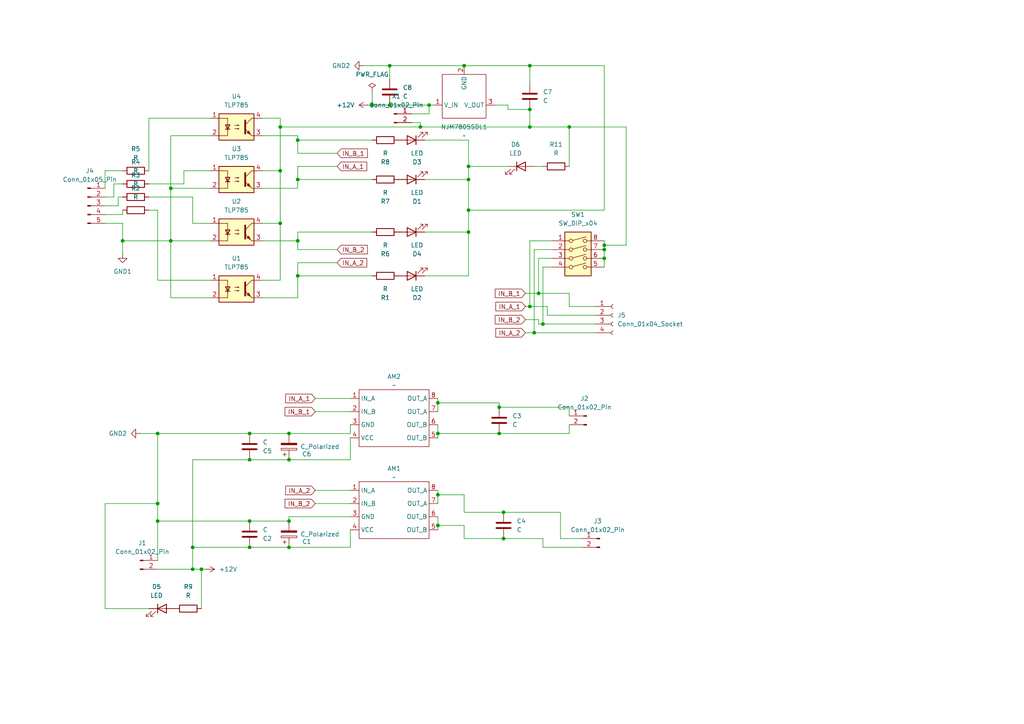
<source format=kicad_sch>
(kicad_sch
	(version 20231120)
	(generator "eeschema")
	(generator_version "8.0")
	(uuid "41975c40-86da-4fbb-baa6-6e9022ae3cec")
	(paper "A4")
	(lib_symbols
		(symbol "Connector:Conn_01x02_Pin"
			(pin_names
				(offset 1.016) hide)
			(exclude_from_sim no)
			(in_bom yes)
			(on_board yes)
			(property "Reference" "J"
				(at 0 2.54 0)
				(effects
					(font
						(size 1.27 1.27)
					)
				)
			)
			(property "Value" "Conn_01x02_Pin"
				(at 0 -5.08 0)
				(effects
					(font
						(size 1.27 1.27)
					)
				)
			)
			(property "Footprint" ""
				(at 0 0 0)
				(effects
					(font
						(size 1.27 1.27)
					)
					(hide yes)
				)
			)
			(property "Datasheet" "~"
				(at 0 0 0)
				(effects
					(font
						(size 1.27 1.27)
					)
					(hide yes)
				)
			)
			(property "Description" "Generic connector, single row, 01x02, script generated"
				(at 0 0 0)
				(effects
					(font
						(size 1.27 1.27)
					)
					(hide yes)
				)
			)
			(property "ki_locked" ""
				(at 0 0 0)
				(effects
					(font
						(size 1.27 1.27)
					)
				)
			)
			(property "ki_keywords" "connector"
				(at 0 0 0)
				(effects
					(font
						(size 1.27 1.27)
					)
					(hide yes)
				)
			)
			(property "ki_fp_filters" "Connector*:*_1x??_*"
				(at 0 0 0)
				(effects
					(font
						(size 1.27 1.27)
					)
					(hide yes)
				)
			)
			(symbol "Conn_01x02_Pin_1_1"
				(polyline
					(pts
						(xy 1.27 -2.54) (xy 0.8636 -2.54)
					)
					(stroke
						(width 0.1524)
						(type default)
					)
					(fill
						(type none)
					)
				)
				(polyline
					(pts
						(xy 1.27 0) (xy 0.8636 0)
					)
					(stroke
						(width 0.1524)
						(type default)
					)
					(fill
						(type none)
					)
				)
				(rectangle
					(start 0.8636 -2.413)
					(end 0 -2.667)
					(stroke
						(width 0.1524)
						(type default)
					)
					(fill
						(type outline)
					)
				)
				(rectangle
					(start 0.8636 0.127)
					(end 0 -0.127)
					(stroke
						(width 0.1524)
						(type default)
					)
					(fill
						(type outline)
					)
				)
				(pin passive line
					(at 5.08 0 180)
					(length 3.81)
					(name "Pin_1"
						(effects
							(font
								(size 1.27 1.27)
							)
						)
					)
					(number "1"
						(effects
							(font
								(size 1.27 1.27)
							)
						)
					)
				)
				(pin passive line
					(at 5.08 -2.54 180)
					(length 3.81)
					(name "Pin_2"
						(effects
							(font
								(size 1.27 1.27)
							)
						)
					)
					(number "2"
						(effects
							(font
								(size 1.27 1.27)
							)
						)
					)
				)
			)
		)
		(symbol "Connector:Conn_01x04_Socket"
			(pin_names
				(offset 1.016) hide)
			(exclude_from_sim no)
			(in_bom yes)
			(on_board yes)
			(property "Reference" "J"
				(at 0 5.08 0)
				(effects
					(font
						(size 1.27 1.27)
					)
				)
			)
			(property "Value" "Conn_01x04_Socket"
				(at 0 -7.62 0)
				(effects
					(font
						(size 1.27 1.27)
					)
				)
			)
			(property "Footprint" ""
				(at 0 0 0)
				(effects
					(font
						(size 1.27 1.27)
					)
					(hide yes)
				)
			)
			(property "Datasheet" "~"
				(at 0 0 0)
				(effects
					(font
						(size 1.27 1.27)
					)
					(hide yes)
				)
			)
			(property "Description" "Generic connector, single row, 01x04, script generated"
				(at 0 0 0)
				(effects
					(font
						(size 1.27 1.27)
					)
					(hide yes)
				)
			)
			(property "ki_locked" ""
				(at 0 0 0)
				(effects
					(font
						(size 1.27 1.27)
					)
				)
			)
			(property "ki_keywords" "connector"
				(at 0 0 0)
				(effects
					(font
						(size 1.27 1.27)
					)
					(hide yes)
				)
			)
			(property "ki_fp_filters" "Connector*:*_1x??_*"
				(at 0 0 0)
				(effects
					(font
						(size 1.27 1.27)
					)
					(hide yes)
				)
			)
			(symbol "Conn_01x04_Socket_1_1"
				(arc
					(start 0 -4.572)
					(mid -0.5058 -5.08)
					(end 0 -5.588)
					(stroke
						(width 0.1524)
						(type default)
					)
					(fill
						(type none)
					)
				)
				(arc
					(start 0 -2.032)
					(mid -0.5058 -2.54)
					(end 0 -3.048)
					(stroke
						(width 0.1524)
						(type default)
					)
					(fill
						(type none)
					)
				)
				(polyline
					(pts
						(xy -1.27 -5.08) (xy -0.508 -5.08)
					)
					(stroke
						(width 0.1524)
						(type default)
					)
					(fill
						(type none)
					)
				)
				(polyline
					(pts
						(xy -1.27 -2.54) (xy -0.508 -2.54)
					)
					(stroke
						(width 0.1524)
						(type default)
					)
					(fill
						(type none)
					)
				)
				(polyline
					(pts
						(xy -1.27 0) (xy -0.508 0)
					)
					(stroke
						(width 0.1524)
						(type default)
					)
					(fill
						(type none)
					)
				)
				(polyline
					(pts
						(xy -1.27 2.54) (xy -0.508 2.54)
					)
					(stroke
						(width 0.1524)
						(type default)
					)
					(fill
						(type none)
					)
				)
				(arc
					(start 0 0.508)
					(mid -0.5058 0)
					(end 0 -0.508)
					(stroke
						(width 0.1524)
						(type default)
					)
					(fill
						(type none)
					)
				)
				(arc
					(start 0 3.048)
					(mid -0.5058 2.54)
					(end 0 2.032)
					(stroke
						(width 0.1524)
						(type default)
					)
					(fill
						(type none)
					)
				)
				(pin passive line
					(at -5.08 2.54 0)
					(length 3.81)
					(name "Pin_1"
						(effects
							(font
								(size 1.27 1.27)
							)
						)
					)
					(number "1"
						(effects
							(font
								(size 1.27 1.27)
							)
						)
					)
				)
				(pin passive line
					(at -5.08 0 0)
					(length 3.81)
					(name "Pin_2"
						(effects
							(font
								(size 1.27 1.27)
							)
						)
					)
					(number "2"
						(effects
							(font
								(size 1.27 1.27)
							)
						)
					)
				)
				(pin passive line
					(at -5.08 -2.54 0)
					(length 3.81)
					(name "Pin_3"
						(effects
							(font
								(size 1.27 1.27)
							)
						)
					)
					(number "3"
						(effects
							(font
								(size 1.27 1.27)
							)
						)
					)
				)
				(pin passive line
					(at -5.08 -5.08 0)
					(length 3.81)
					(name "Pin_4"
						(effects
							(font
								(size 1.27 1.27)
							)
						)
					)
					(number "4"
						(effects
							(font
								(size 1.27 1.27)
							)
						)
					)
				)
			)
		)
		(symbol "Connector:Conn_01x05_Pin"
			(pin_names
				(offset 1.016) hide)
			(exclude_from_sim no)
			(in_bom yes)
			(on_board yes)
			(property "Reference" "J"
				(at 0 7.62 0)
				(effects
					(font
						(size 1.27 1.27)
					)
				)
			)
			(property "Value" "Conn_01x05_Pin"
				(at 0 -7.62 0)
				(effects
					(font
						(size 1.27 1.27)
					)
				)
			)
			(property "Footprint" ""
				(at 0 0 0)
				(effects
					(font
						(size 1.27 1.27)
					)
					(hide yes)
				)
			)
			(property "Datasheet" "~"
				(at 0 0 0)
				(effects
					(font
						(size 1.27 1.27)
					)
					(hide yes)
				)
			)
			(property "Description" "Generic connector, single row, 01x05, script generated"
				(at 0 0 0)
				(effects
					(font
						(size 1.27 1.27)
					)
					(hide yes)
				)
			)
			(property "ki_locked" ""
				(at 0 0 0)
				(effects
					(font
						(size 1.27 1.27)
					)
				)
			)
			(property "ki_keywords" "connector"
				(at 0 0 0)
				(effects
					(font
						(size 1.27 1.27)
					)
					(hide yes)
				)
			)
			(property "ki_fp_filters" "Connector*:*_1x??_*"
				(at 0 0 0)
				(effects
					(font
						(size 1.27 1.27)
					)
					(hide yes)
				)
			)
			(symbol "Conn_01x05_Pin_1_1"
				(polyline
					(pts
						(xy 1.27 -5.08) (xy 0.8636 -5.08)
					)
					(stroke
						(width 0.1524)
						(type default)
					)
					(fill
						(type none)
					)
				)
				(polyline
					(pts
						(xy 1.27 -2.54) (xy 0.8636 -2.54)
					)
					(stroke
						(width 0.1524)
						(type default)
					)
					(fill
						(type none)
					)
				)
				(polyline
					(pts
						(xy 1.27 0) (xy 0.8636 0)
					)
					(stroke
						(width 0.1524)
						(type default)
					)
					(fill
						(type none)
					)
				)
				(polyline
					(pts
						(xy 1.27 2.54) (xy 0.8636 2.54)
					)
					(stroke
						(width 0.1524)
						(type default)
					)
					(fill
						(type none)
					)
				)
				(polyline
					(pts
						(xy 1.27 5.08) (xy 0.8636 5.08)
					)
					(stroke
						(width 0.1524)
						(type default)
					)
					(fill
						(type none)
					)
				)
				(rectangle
					(start 0.8636 -4.953)
					(end 0 -5.207)
					(stroke
						(width 0.1524)
						(type default)
					)
					(fill
						(type outline)
					)
				)
				(rectangle
					(start 0.8636 -2.413)
					(end 0 -2.667)
					(stroke
						(width 0.1524)
						(type default)
					)
					(fill
						(type outline)
					)
				)
				(rectangle
					(start 0.8636 0.127)
					(end 0 -0.127)
					(stroke
						(width 0.1524)
						(type default)
					)
					(fill
						(type outline)
					)
				)
				(rectangle
					(start 0.8636 2.667)
					(end 0 2.413)
					(stroke
						(width 0.1524)
						(type default)
					)
					(fill
						(type outline)
					)
				)
				(rectangle
					(start 0.8636 5.207)
					(end 0 4.953)
					(stroke
						(width 0.1524)
						(type default)
					)
					(fill
						(type outline)
					)
				)
				(pin passive line
					(at 5.08 5.08 180)
					(length 3.81)
					(name "Pin_1"
						(effects
							(font
								(size 1.27 1.27)
							)
						)
					)
					(number "1"
						(effects
							(font
								(size 1.27 1.27)
							)
						)
					)
				)
				(pin passive line
					(at 5.08 2.54 180)
					(length 3.81)
					(name "Pin_2"
						(effects
							(font
								(size 1.27 1.27)
							)
						)
					)
					(number "2"
						(effects
							(font
								(size 1.27 1.27)
							)
						)
					)
				)
				(pin passive line
					(at 5.08 0 180)
					(length 3.81)
					(name "Pin_3"
						(effects
							(font
								(size 1.27 1.27)
							)
						)
					)
					(number "3"
						(effects
							(font
								(size 1.27 1.27)
							)
						)
					)
				)
				(pin passive line
					(at 5.08 -2.54 180)
					(length 3.81)
					(name "Pin_4"
						(effects
							(font
								(size 1.27 1.27)
							)
						)
					)
					(number "4"
						(effects
							(font
								(size 1.27 1.27)
							)
						)
					)
				)
				(pin passive line
					(at 5.08 -5.08 180)
					(length 3.81)
					(name "Pin_5"
						(effects
							(font
								(size 1.27 1.27)
							)
						)
					)
					(number "5"
						(effects
							(font
								(size 1.27 1.27)
							)
						)
					)
				)
			)
		)
		(symbol "Device:C"
			(pin_numbers hide)
			(pin_names
				(offset 0.254)
			)
			(exclude_from_sim no)
			(in_bom yes)
			(on_board yes)
			(property "Reference" "C"
				(at 0.635 2.54 0)
				(effects
					(font
						(size 1.27 1.27)
					)
					(justify left)
				)
			)
			(property "Value" "C"
				(at 0.635 -2.54 0)
				(effects
					(font
						(size 1.27 1.27)
					)
					(justify left)
				)
			)
			(property "Footprint" ""
				(at 0.9652 -3.81 0)
				(effects
					(font
						(size 1.27 1.27)
					)
					(hide yes)
				)
			)
			(property "Datasheet" "~"
				(at 0 0 0)
				(effects
					(font
						(size 1.27 1.27)
					)
					(hide yes)
				)
			)
			(property "Description" "Unpolarized capacitor"
				(at 0 0 0)
				(effects
					(font
						(size 1.27 1.27)
					)
					(hide yes)
				)
			)
			(property "ki_keywords" "cap capacitor"
				(at 0 0 0)
				(effects
					(font
						(size 1.27 1.27)
					)
					(hide yes)
				)
			)
			(property "ki_fp_filters" "C_*"
				(at 0 0 0)
				(effects
					(font
						(size 1.27 1.27)
					)
					(hide yes)
				)
			)
			(symbol "C_0_1"
				(polyline
					(pts
						(xy -2.032 -0.762) (xy 2.032 -0.762)
					)
					(stroke
						(width 0.508)
						(type default)
					)
					(fill
						(type none)
					)
				)
				(polyline
					(pts
						(xy -2.032 0.762) (xy 2.032 0.762)
					)
					(stroke
						(width 0.508)
						(type default)
					)
					(fill
						(type none)
					)
				)
			)
			(symbol "C_1_1"
				(pin passive line
					(at 0 3.81 270)
					(length 2.794)
					(name "~"
						(effects
							(font
								(size 1.27 1.27)
							)
						)
					)
					(number "1"
						(effects
							(font
								(size 1.27 1.27)
							)
						)
					)
				)
				(pin passive line
					(at 0 -3.81 90)
					(length 2.794)
					(name "~"
						(effects
							(font
								(size 1.27 1.27)
							)
						)
					)
					(number "2"
						(effects
							(font
								(size 1.27 1.27)
							)
						)
					)
				)
			)
		)
		(symbol "Device:C_Polarized"
			(pin_numbers hide)
			(pin_names
				(offset 0.254)
			)
			(exclude_from_sim no)
			(in_bom yes)
			(on_board yes)
			(property "Reference" "C"
				(at 0.635 2.54 0)
				(effects
					(font
						(size 1.27 1.27)
					)
					(justify left)
				)
			)
			(property "Value" "C_Polarized"
				(at 0.635 -2.54 0)
				(effects
					(font
						(size 1.27 1.27)
					)
					(justify left)
				)
			)
			(property "Footprint" ""
				(at 0.9652 -3.81 0)
				(effects
					(font
						(size 1.27 1.27)
					)
					(hide yes)
				)
			)
			(property "Datasheet" "~"
				(at 0 0 0)
				(effects
					(font
						(size 1.27 1.27)
					)
					(hide yes)
				)
			)
			(property "Description" "Polarized capacitor"
				(at 0 0 0)
				(effects
					(font
						(size 1.27 1.27)
					)
					(hide yes)
				)
			)
			(property "ki_keywords" "cap capacitor"
				(at 0 0 0)
				(effects
					(font
						(size 1.27 1.27)
					)
					(hide yes)
				)
			)
			(property "ki_fp_filters" "CP_*"
				(at 0 0 0)
				(effects
					(font
						(size 1.27 1.27)
					)
					(hide yes)
				)
			)
			(symbol "C_Polarized_0_1"
				(rectangle
					(start -2.286 0.508)
					(end 2.286 1.016)
					(stroke
						(width 0)
						(type default)
					)
					(fill
						(type none)
					)
				)
				(polyline
					(pts
						(xy -1.778 2.286) (xy -0.762 2.286)
					)
					(stroke
						(width 0)
						(type default)
					)
					(fill
						(type none)
					)
				)
				(polyline
					(pts
						(xy -1.27 2.794) (xy -1.27 1.778)
					)
					(stroke
						(width 0)
						(type default)
					)
					(fill
						(type none)
					)
				)
				(rectangle
					(start 2.286 -0.508)
					(end -2.286 -1.016)
					(stroke
						(width 0)
						(type default)
					)
					(fill
						(type outline)
					)
				)
			)
			(symbol "C_Polarized_1_1"
				(pin passive line
					(at 0 3.81 270)
					(length 2.794)
					(name "~"
						(effects
							(font
								(size 1.27 1.27)
							)
						)
					)
					(number "1"
						(effects
							(font
								(size 1.27 1.27)
							)
						)
					)
				)
				(pin passive line
					(at 0 -3.81 90)
					(length 2.794)
					(name "~"
						(effects
							(font
								(size 1.27 1.27)
							)
						)
					)
					(number "2"
						(effects
							(font
								(size 1.27 1.27)
							)
						)
					)
				)
			)
		)
		(symbol "Device:LED"
			(pin_numbers hide)
			(pin_names
				(offset 1.016) hide)
			(exclude_from_sim no)
			(in_bom yes)
			(on_board yes)
			(property "Reference" "D"
				(at 0 2.54 0)
				(effects
					(font
						(size 1.27 1.27)
					)
				)
			)
			(property "Value" "LED"
				(at 0 -2.54 0)
				(effects
					(font
						(size 1.27 1.27)
					)
				)
			)
			(property "Footprint" ""
				(at 0 0 0)
				(effects
					(font
						(size 1.27 1.27)
					)
					(hide yes)
				)
			)
			(property "Datasheet" "~"
				(at 0 0 0)
				(effects
					(font
						(size 1.27 1.27)
					)
					(hide yes)
				)
			)
			(property "Description" "Light emitting diode"
				(at 0 0 0)
				(effects
					(font
						(size 1.27 1.27)
					)
					(hide yes)
				)
			)
			(property "ki_keywords" "LED diode"
				(at 0 0 0)
				(effects
					(font
						(size 1.27 1.27)
					)
					(hide yes)
				)
			)
			(property "ki_fp_filters" "LED* LED_SMD:* LED_THT:*"
				(at 0 0 0)
				(effects
					(font
						(size 1.27 1.27)
					)
					(hide yes)
				)
			)
			(symbol "LED_0_1"
				(polyline
					(pts
						(xy -1.27 -1.27) (xy -1.27 1.27)
					)
					(stroke
						(width 0.254)
						(type default)
					)
					(fill
						(type none)
					)
				)
				(polyline
					(pts
						(xy -1.27 0) (xy 1.27 0)
					)
					(stroke
						(width 0)
						(type default)
					)
					(fill
						(type none)
					)
				)
				(polyline
					(pts
						(xy 1.27 -1.27) (xy 1.27 1.27) (xy -1.27 0) (xy 1.27 -1.27)
					)
					(stroke
						(width 0.254)
						(type default)
					)
					(fill
						(type none)
					)
				)
				(polyline
					(pts
						(xy -3.048 -0.762) (xy -4.572 -2.286) (xy -3.81 -2.286) (xy -4.572 -2.286) (xy -4.572 -1.524)
					)
					(stroke
						(width 0)
						(type default)
					)
					(fill
						(type none)
					)
				)
				(polyline
					(pts
						(xy -1.778 -0.762) (xy -3.302 -2.286) (xy -2.54 -2.286) (xy -3.302 -2.286) (xy -3.302 -1.524)
					)
					(stroke
						(width 0)
						(type default)
					)
					(fill
						(type none)
					)
				)
			)
			(symbol "LED_1_1"
				(pin passive line
					(at -3.81 0 0)
					(length 2.54)
					(name "K"
						(effects
							(font
								(size 1.27 1.27)
							)
						)
					)
					(number "1"
						(effects
							(font
								(size 1.27 1.27)
							)
						)
					)
				)
				(pin passive line
					(at 3.81 0 180)
					(length 2.54)
					(name "A"
						(effects
							(font
								(size 1.27 1.27)
							)
						)
					)
					(number "2"
						(effects
							(font
								(size 1.27 1.27)
							)
						)
					)
				)
			)
		)
		(symbol "Device:R"
			(pin_numbers hide)
			(pin_names
				(offset 0)
			)
			(exclude_from_sim no)
			(in_bom yes)
			(on_board yes)
			(property "Reference" "R"
				(at 2.032 0 90)
				(effects
					(font
						(size 1.27 1.27)
					)
				)
			)
			(property "Value" "R"
				(at 0 0 90)
				(effects
					(font
						(size 1.27 1.27)
					)
				)
			)
			(property "Footprint" ""
				(at -1.778 0 90)
				(effects
					(font
						(size 1.27 1.27)
					)
					(hide yes)
				)
			)
			(property "Datasheet" "~"
				(at 0 0 0)
				(effects
					(font
						(size 1.27 1.27)
					)
					(hide yes)
				)
			)
			(property "Description" "Resistor"
				(at 0 0 0)
				(effects
					(font
						(size 1.27 1.27)
					)
					(hide yes)
				)
			)
			(property "ki_keywords" "R res resistor"
				(at 0 0 0)
				(effects
					(font
						(size 1.27 1.27)
					)
					(hide yes)
				)
			)
			(property "ki_fp_filters" "R_*"
				(at 0 0 0)
				(effects
					(font
						(size 1.27 1.27)
					)
					(hide yes)
				)
			)
			(symbol "R_0_1"
				(rectangle
					(start -1.016 -2.54)
					(end 1.016 2.54)
					(stroke
						(width 0.254)
						(type default)
					)
					(fill
						(type none)
					)
				)
			)
			(symbol "R_1_1"
				(pin passive line
					(at 0 3.81 270)
					(length 1.27)
					(name "~"
						(effects
							(font
								(size 1.27 1.27)
							)
						)
					)
					(number "1"
						(effects
							(font
								(size 1.27 1.27)
							)
						)
					)
				)
				(pin passive line
					(at 0 -3.81 90)
					(length 1.27)
					(name "~"
						(effects
							(font
								(size 1.27 1.27)
							)
						)
					)
					(number "2"
						(effects
							(font
								(size 1.27 1.27)
							)
						)
					)
				)
			)
		)
		(symbol "Isolator:TLP785"
			(pin_names
				(offset 1.016)
			)
			(exclude_from_sim no)
			(in_bom yes)
			(on_board yes)
			(property "Reference" "U"
				(at -5.08 5.08 0)
				(effects
					(font
						(size 1.27 1.27)
					)
					(justify left)
				)
			)
			(property "Value" "TLP785"
				(at 0 5.08 0)
				(effects
					(font
						(size 1.27 1.27)
					)
					(justify left)
				)
			)
			(property "Footprint" "Package_DIP:DIP-4_W7.62mm"
				(at -5.08 -5.08 0)
				(effects
					(font
						(size 1.27 1.27)
						(italic yes)
					)
					(justify left)
					(hide yes)
				)
			)
			(property "Datasheet" "https://toshiba.semicon-storage.com/info/docget.jsp?did=10569&prodName=TLP785"
				(at 0 0 0)
				(effects
					(font
						(size 1.27 1.27)
					)
					(justify left)
					(hide yes)
				)
			)
			(property "Description" "DC Optocoupler, Vce 80V, CTR 50-200%, DIP4"
				(at 0 0 0)
				(effects
					(font
						(size 1.27 1.27)
					)
					(hide yes)
				)
			)
			(property "ki_keywords" "NPN DC Optocoupler"
				(at 0 0 0)
				(effects
					(font
						(size 1.27 1.27)
					)
					(hide yes)
				)
			)
			(property "ki_fp_filters" "DIP*W7.62mm*"
				(at 0 0 0)
				(effects
					(font
						(size 1.27 1.27)
					)
					(hide yes)
				)
			)
			(symbol "TLP785_0_1"
				(rectangle
					(start -5.08 3.81)
					(end 5.08 -3.81)
					(stroke
						(width 0.254)
						(type default)
					)
					(fill
						(type background)
					)
				)
				(polyline
					(pts
						(xy -3.175 -0.635) (xy -1.905 -0.635)
					)
					(stroke
						(width 0.254)
						(type default)
					)
					(fill
						(type none)
					)
				)
				(polyline
					(pts
						(xy 2.54 0.635) (xy 4.445 2.54)
					)
					(stroke
						(width 0)
						(type default)
					)
					(fill
						(type none)
					)
				)
				(polyline
					(pts
						(xy 4.445 -2.54) (xy 2.54 -0.635)
					)
					(stroke
						(width 0)
						(type default)
					)
					(fill
						(type outline)
					)
				)
				(polyline
					(pts
						(xy 4.445 -2.54) (xy 5.08 -2.54)
					)
					(stroke
						(width 0)
						(type default)
					)
					(fill
						(type none)
					)
				)
				(polyline
					(pts
						(xy 4.445 2.54) (xy 5.08 2.54)
					)
					(stroke
						(width 0)
						(type default)
					)
					(fill
						(type none)
					)
				)
				(polyline
					(pts
						(xy -2.54 -0.635) (xy -2.54 -2.54) (xy -5.08 -2.54)
					)
					(stroke
						(width 0)
						(type default)
					)
					(fill
						(type none)
					)
				)
				(polyline
					(pts
						(xy 2.54 1.905) (xy 2.54 -1.905) (xy 2.54 -1.905)
					)
					(stroke
						(width 0.508)
						(type default)
					)
					(fill
						(type none)
					)
				)
				(polyline
					(pts
						(xy -5.08 2.54) (xy -2.54 2.54) (xy -2.54 -1.27) (xy -2.54 0.635)
					)
					(stroke
						(width 0)
						(type default)
					)
					(fill
						(type none)
					)
				)
				(polyline
					(pts
						(xy -2.54 -0.635) (xy -3.175 0.635) (xy -1.905 0.635) (xy -2.54 -0.635)
					)
					(stroke
						(width 0.254)
						(type default)
					)
					(fill
						(type none)
					)
				)
				(polyline
					(pts
						(xy -0.508 -0.508) (xy 0.762 -0.508) (xy 0.381 -0.635) (xy 0.381 -0.381) (xy 0.762 -0.508)
					)
					(stroke
						(width 0)
						(type default)
					)
					(fill
						(type none)
					)
				)
				(polyline
					(pts
						(xy -0.508 0.508) (xy 0.762 0.508) (xy 0.381 0.381) (xy 0.381 0.635) (xy 0.762 0.508)
					)
					(stroke
						(width 0)
						(type default)
					)
					(fill
						(type none)
					)
				)
				(polyline
					(pts
						(xy 3.048 -1.651) (xy 3.556 -1.143) (xy 4.064 -2.159) (xy 3.048 -1.651) (xy 3.048 -1.651)
					)
					(stroke
						(width 0)
						(type default)
					)
					(fill
						(type outline)
					)
				)
			)
			(symbol "TLP785_1_1"
				(pin passive line
					(at -7.62 2.54 0)
					(length 2.54)
					(name "~"
						(effects
							(font
								(size 1.27 1.27)
							)
						)
					)
					(number "1"
						(effects
							(font
								(size 1.27 1.27)
							)
						)
					)
				)
				(pin passive line
					(at -7.62 -2.54 0)
					(length 2.54)
					(name "~"
						(effects
							(font
								(size 1.27 1.27)
							)
						)
					)
					(number "2"
						(effects
							(font
								(size 1.27 1.27)
							)
						)
					)
				)
				(pin passive line
					(at 7.62 -2.54 180)
					(length 2.54)
					(name "~"
						(effects
							(font
								(size 1.27 1.27)
							)
						)
					)
					(number "3"
						(effects
							(font
								(size 1.27 1.27)
							)
						)
					)
				)
				(pin passive line
					(at 7.62 2.54 180)
					(length 2.54)
					(name "~"
						(effects
							(font
								(size 1.27 1.27)
							)
						)
					)
					(number "4"
						(effects
							(font
								(size 1.27 1.27)
							)
						)
					)
				)
			)
		)
		(symbol "My_Library:AM2837"
			(exclude_from_sim no)
			(in_bom yes)
			(on_board yes)
			(property "Reference" "AM2837"
				(at -1.778 11.684 0)
				(effects
					(font
						(size 1.27 1.27)
					)
				)
			)
			(property "Value" ""
				(at 0 0 0)
				(effects
					(font
						(size 1.27 1.27)
					)
				)
			)
			(property "Footprint" "Package_SO:SOP-8_3.76x4.96mm_P1.27mm"
				(at -0.762 4.826 0)
				(effects
					(font
						(size 1.27 1.27)
					)
					(hide yes)
				)
			)
			(property "Datasheet" ""
				(at 0 0 0)
				(effects
					(font
						(size 1.27 1.27)
					)
					(hide yes)
				)
			)
			(property "Description" ""
				(at 0 0 0)
				(effects
					(font
						(size 1.27 1.27)
					)
					(hide yes)
				)
			)
			(symbol "AM2837_0_1"
				(rectangle
					(start -7.62 2.54)
					(end 12.7 -13.97)
					(stroke
						(width 0)
						(type default)
					)
					(fill
						(type none)
					)
				)
			)
			(symbol "AM2837_1_1"
				(pin input line
					(at -10.16 0 0)
					(length 2.54)
					(name "IN_A"
						(effects
							(font
								(size 1.27 1.27)
							)
						)
					)
					(number "1"
						(effects
							(font
								(size 1.27 1.27)
							)
						)
					)
				)
				(pin input line
					(at -10.16 -3.81 0)
					(length 2.54)
					(name "IN_B"
						(effects
							(font
								(size 1.27 1.27)
							)
						)
					)
					(number "2"
						(effects
							(font
								(size 1.27 1.27)
							)
						)
					)
				)
				(pin free line
					(at -10.16 -7.62 0)
					(length 2.54)
					(name "GND"
						(effects
							(font
								(size 1.27 1.27)
							)
						)
					)
					(number "3"
						(effects
							(font
								(size 1.27 1.27)
							)
						)
					)
				)
				(pin power_in line
					(at -10.16 -11.43 0)
					(length 2.54)
					(name "VCC"
						(effects
							(font
								(size 1.27 1.27)
							)
						)
					)
					(number "4"
						(effects
							(font
								(size 1.27 1.27)
							)
						)
					)
				)
				(pin output line
					(at 15.24 -11.43 180)
					(length 2.54)
					(name "OUT_B"
						(effects
							(font
								(size 1.27 1.27)
							)
						)
					)
					(number "5"
						(effects
							(font
								(size 1.27 1.27)
							)
						)
					)
				)
				(pin output line
					(at 15.24 -7.62 180)
					(length 2.54)
					(name "OUT_B"
						(effects
							(font
								(size 1.27 1.27)
							)
						)
					)
					(number "6"
						(effects
							(font
								(size 1.27 1.27)
							)
						)
					)
				)
				(pin output line
					(at 15.24 -3.81 180)
					(length 2.54)
					(name "OUT_A"
						(effects
							(font
								(size 1.27 1.27)
							)
						)
					)
					(number "7"
						(effects
							(font
								(size 1.27 1.27)
							)
						)
					)
				)
				(pin output line
					(at 15.24 0 180)
					(length 2.54)
					(name "OUT_A"
						(effects
							(font
								(size 1.27 1.27)
							)
						)
					)
					(number "8"
						(effects
							(font
								(size 1.27 1.27)
							)
						)
					)
				)
			)
		)
		(symbol "Switch:SW_DIP_x04"
			(pin_names
				(offset 0) hide)
			(exclude_from_sim no)
			(in_bom yes)
			(on_board yes)
			(property "Reference" "SW"
				(at 0 8.89 0)
				(effects
					(font
						(size 1.27 1.27)
					)
				)
			)
			(property "Value" "SW_DIP_x04"
				(at 0 -6.35 0)
				(effects
					(font
						(size 1.27 1.27)
					)
				)
			)
			(property "Footprint" ""
				(at 0 0 0)
				(effects
					(font
						(size 1.27 1.27)
					)
					(hide yes)
				)
			)
			(property "Datasheet" "~"
				(at 0 0 0)
				(effects
					(font
						(size 1.27 1.27)
					)
					(hide yes)
				)
			)
			(property "Description" "4x DIP Switch, Single Pole Single Throw (SPST) switch, small symbol"
				(at 0 0 0)
				(effects
					(font
						(size 1.27 1.27)
					)
					(hide yes)
				)
			)
			(property "ki_keywords" "dip switch"
				(at 0 0 0)
				(effects
					(font
						(size 1.27 1.27)
					)
					(hide yes)
				)
			)
			(property "ki_fp_filters" "SW?DIP?x4*"
				(at 0 0 0)
				(effects
					(font
						(size 1.27 1.27)
					)
					(hide yes)
				)
			)
			(symbol "SW_DIP_x04_0_0"
				(circle
					(center -2.032 -2.54)
					(radius 0.508)
					(stroke
						(width 0)
						(type default)
					)
					(fill
						(type none)
					)
				)
				(circle
					(center -2.032 0)
					(radius 0.508)
					(stroke
						(width 0)
						(type default)
					)
					(fill
						(type none)
					)
				)
				(circle
					(center -2.032 2.54)
					(radius 0.508)
					(stroke
						(width 0)
						(type default)
					)
					(fill
						(type none)
					)
				)
				(circle
					(center -2.032 5.08)
					(radius 0.508)
					(stroke
						(width 0)
						(type default)
					)
					(fill
						(type none)
					)
				)
				(polyline
					(pts
						(xy -1.524 -2.3876) (xy 2.3622 -1.3462)
					)
					(stroke
						(width 0)
						(type default)
					)
					(fill
						(type none)
					)
				)
				(polyline
					(pts
						(xy -1.524 0.127) (xy 2.3622 1.1684)
					)
					(stroke
						(width 0)
						(type default)
					)
					(fill
						(type none)
					)
				)
				(polyline
					(pts
						(xy -1.524 2.667) (xy 2.3622 3.7084)
					)
					(stroke
						(width 0)
						(type default)
					)
					(fill
						(type none)
					)
				)
				(polyline
					(pts
						(xy -1.524 5.207) (xy 2.3622 6.2484)
					)
					(stroke
						(width 0)
						(type default)
					)
					(fill
						(type none)
					)
				)
				(circle
					(center 2.032 -2.54)
					(radius 0.508)
					(stroke
						(width 0)
						(type default)
					)
					(fill
						(type none)
					)
				)
				(circle
					(center 2.032 0)
					(radius 0.508)
					(stroke
						(width 0)
						(type default)
					)
					(fill
						(type none)
					)
				)
				(circle
					(center 2.032 2.54)
					(radius 0.508)
					(stroke
						(width 0)
						(type default)
					)
					(fill
						(type none)
					)
				)
				(circle
					(center 2.032 5.08)
					(radius 0.508)
					(stroke
						(width 0)
						(type default)
					)
					(fill
						(type none)
					)
				)
			)
			(symbol "SW_DIP_x04_0_1"
				(rectangle
					(start -3.81 7.62)
					(end 3.81 -5.08)
					(stroke
						(width 0.254)
						(type default)
					)
					(fill
						(type background)
					)
				)
			)
			(symbol "SW_DIP_x04_1_1"
				(pin passive line
					(at -7.62 5.08 0)
					(length 5.08)
					(name "~"
						(effects
							(font
								(size 1.27 1.27)
							)
						)
					)
					(number "1"
						(effects
							(font
								(size 1.27 1.27)
							)
						)
					)
				)
				(pin passive line
					(at -7.62 2.54 0)
					(length 5.08)
					(name "~"
						(effects
							(font
								(size 1.27 1.27)
							)
						)
					)
					(number "2"
						(effects
							(font
								(size 1.27 1.27)
							)
						)
					)
				)
				(pin passive line
					(at -7.62 0 0)
					(length 5.08)
					(name "~"
						(effects
							(font
								(size 1.27 1.27)
							)
						)
					)
					(number "3"
						(effects
							(font
								(size 1.27 1.27)
							)
						)
					)
				)
				(pin passive line
					(at -7.62 -2.54 0)
					(length 5.08)
					(name "~"
						(effects
							(font
								(size 1.27 1.27)
							)
						)
					)
					(number "4"
						(effects
							(font
								(size 1.27 1.27)
							)
						)
					)
				)
				(pin passive line
					(at 7.62 -2.54 180)
					(length 5.08)
					(name "~"
						(effects
							(font
								(size 1.27 1.27)
							)
						)
					)
					(number "5"
						(effects
							(font
								(size 1.27 1.27)
							)
						)
					)
				)
				(pin passive line
					(at 7.62 0 180)
					(length 5.08)
					(name "~"
						(effects
							(font
								(size 1.27 1.27)
							)
						)
					)
					(number "6"
						(effects
							(font
								(size 1.27 1.27)
							)
						)
					)
				)
				(pin passive line
					(at 7.62 2.54 180)
					(length 5.08)
					(name "~"
						(effects
							(font
								(size 1.27 1.27)
							)
						)
					)
					(number "7"
						(effects
							(font
								(size 1.27 1.27)
							)
						)
					)
				)
				(pin passive line
					(at 7.62 5.08 180)
					(length 5.08)
					(name "~"
						(effects
							(font
								(size 1.27 1.27)
							)
						)
					)
					(number "8"
						(effects
							(font
								(size 1.27 1.27)
							)
						)
					)
				)
			)
		)
		(symbol "original:NJM7805SDL1"
			(exclude_from_sim no)
			(in_bom yes)
			(on_board yes)
			(property "Reference" "NJM7805SDL1"
				(at 0 0 0)
				(effects
					(font
						(size 1.27 1.27)
					)
				)
			)
			(property "Value" ""
				(at 0 0 0)
				(effects
					(font
						(size 1.27 1.27)
					)
				)
			)
			(property "Footprint" "Package_TO_SOT_SMD:TO-252-3_TabPin2"
				(at 0 0 0)
				(effects
					(font
						(size 1.27 1.27)
					)
					(hide yes)
				)
			)
			(property "Datasheet" ""
				(at 0 0 0)
				(effects
					(font
						(size 1.27 1.27)
					)
					(hide yes)
				)
			)
			(property "Description" ""
				(at 0 0 0)
				(effects
					(font
						(size 1.27 1.27)
					)
					(hide yes)
				)
			)
			(symbol "NJM7805SDL1_0_1"
				(rectangle
					(start -3.81 5.08)
					(end 8.89 -7.62)
					(stroke
						(width 0)
						(type default)
					)
					(fill
						(type none)
					)
				)
			)
			(symbol "NJM7805SDL1_1_1"
				(pin input line
					(at -6.35 -3.81 0)
					(length 2.54)
					(name "V_IN"
						(effects
							(font
								(size 1.27 1.27)
							)
						)
					)
					(number "1"
						(effects
							(font
								(size 1.27 1.27)
							)
						)
					)
				)
				(pin free line
					(at 2.54 7.62 270)
					(length 2.54)
					(name "GND"
						(effects
							(font
								(size 1.27 1.27)
							)
						)
					)
					(number "2"
						(effects
							(font
								(size 1.27 1.27)
							)
						)
					)
				)
				(pin free line
					(at 11.43 -3.81 180)
					(length 2.54)
					(name "V_OUT"
						(effects
							(font
								(size 1.27 1.27)
							)
						)
					)
					(number "3"
						(effects
							(font
								(size 1.27 1.27)
							)
						)
					)
				)
			)
		)
		(symbol "power:+12V"
			(power)
			(pin_numbers hide)
			(pin_names
				(offset 0) hide)
			(exclude_from_sim no)
			(in_bom yes)
			(on_board yes)
			(property "Reference" "#PWR"
				(at 0 -3.81 0)
				(effects
					(font
						(size 1.27 1.27)
					)
					(hide yes)
				)
			)
			(property "Value" "+12V"
				(at 0 3.556 0)
				(effects
					(font
						(size 1.27 1.27)
					)
				)
			)
			(property "Footprint" ""
				(at 0 0 0)
				(effects
					(font
						(size 1.27 1.27)
					)
					(hide yes)
				)
			)
			(property "Datasheet" ""
				(at 0 0 0)
				(effects
					(font
						(size 1.27 1.27)
					)
					(hide yes)
				)
			)
			(property "Description" "Power symbol creates a global label with name \"+12V\""
				(at 0 0 0)
				(effects
					(font
						(size 1.27 1.27)
					)
					(hide yes)
				)
			)
			(property "ki_keywords" "global power"
				(at 0 0 0)
				(effects
					(font
						(size 1.27 1.27)
					)
					(hide yes)
				)
			)
			(symbol "+12V_0_1"
				(polyline
					(pts
						(xy -0.762 1.27) (xy 0 2.54)
					)
					(stroke
						(width 0)
						(type default)
					)
					(fill
						(type none)
					)
				)
				(polyline
					(pts
						(xy 0 0) (xy 0 2.54)
					)
					(stroke
						(width 0)
						(type default)
					)
					(fill
						(type none)
					)
				)
				(polyline
					(pts
						(xy 0 2.54) (xy 0.762 1.27)
					)
					(stroke
						(width 0)
						(type default)
					)
					(fill
						(type none)
					)
				)
			)
			(symbol "+12V_1_1"
				(pin power_in line
					(at 0 0 90)
					(length 0)
					(name "~"
						(effects
							(font
								(size 1.27 1.27)
							)
						)
					)
					(number "1"
						(effects
							(font
								(size 1.27 1.27)
							)
						)
					)
				)
			)
		)
		(symbol "power:GND1"
			(power)
			(pin_numbers hide)
			(pin_names
				(offset 0) hide)
			(exclude_from_sim no)
			(in_bom yes)
			(on_board yes)
			(property "Reference" "#PWR"
				(at 0 -6.35 0)
				(effects
					(font
						(size 1.27 1.27)
					)
					(hide yes)
				)
			)
			(property "Value" "GND1"
				(at 0 -3.81 0)
				(effects
					(font
						(size 1.27 1.27)
					)
				)
			)
			(property "Footprint" ""
				(at 0 0 0)
				(effects
					(font
						(size 1.27 1.27)
					)
					(hide yes)
				)
			)
			(property "Datasheet" ""
				(at 0 0 0)
				(effects
					(font
						(size 1.27 1.27)
					)
					(hide yes)
				)
			)
			(property "Description" "Power symbol creates a global label with name \"GND1\" , ground"
				(at 0 0 0)
				(effects
					(font
						(size 1.27 1.27)
					)
					(hide yes)
				)
			)
			(property "ki_keywords" "global power"
				(at 0 0 0)
				(effects
					(font
						(size 1.27 1.27)
					)
					(hide yes)
				)
			)
			(symbol "GND1_0_1"
				(polyline
					(pts
						(xy 0 0) (xy 0 -1.27) (xy 1.27 -1.27) (xy 0 -2.54) (xy -1.27 -1.27) (xy 0 -1.27)
					)
					(stroke
						(width 0)
						(type default)
					)
					(fill
						(type none)
					)
				)
			)
			(symbol "GND1_1_1"
				(pin power_in line
					(at 0 0 270)
					(length 0)
					(name "~"
						(effects
							(font
								(size 1.27 1.27)
							)
						)
					)
					(number "1"
						(effects
							(font
								(size 1.27 1.27)
							)
						)
					)
				)
			)
		)
		(symbol "power:GND2"
			(power)
			(pin_numbers hide)
			(pin_names
				(offset 0) hide)
			(exclude_from_sim no)
			(in_bom yes)
			(on_board yes)
			(property "Reference" "#PWR"
				(at 0 -6.35 0)
				(effects
					(font
						(size 1.27 1.27)
					)
					(hide yes)
				)
			)
			(property "Value" "GND2"
				(at 0 -3.81 0)
				(effects
					(font
						(size 1.27 1.27)
					)
				)
			)
			(property "Footprint" ""
				(at 0 0 0)
				(effects
					(font
						(size 1.27 1.27)
					)
					(hide yes)
				)
			)
			(property "Datasheet" ""
				(at 0 0 0)
				(effects
					(font
						(size 1.27 1.27)
					)
					(hide yes)
				)
			)
			(property "Description" "Power symbol creates a global label with name \"GND2\" , ground"
				(at 0 0 0)
				(effects
					(font
						(size 1.27 1.27)
					)
					(hide yes)
				)
			)
			(property "ki_keywords" "global power"
				(at 0 0 0)
				(effects
					(font
						(size 1.27 1.27)
					)
					(hide yes)
				)
			)
			(symbol "GND2_0_1"
				(polyline
					(pts
						(xy 0 0) (xy 0 -1.27) (xy 1.27 -1.27) (xy 0 -2.54) (xy -1.27 -1.27) (xy 0 -1.27)
					)
					(stroke
						(width 0)
						(type default)
					)
					(fill
						(type none)
					)
				)
			)
			(symbol "GND2_1_1"
				(pin power_in line
					(at 0 0 270)
					(length 0)
					(name "~"
						(effects
							(font
								(size 1.27 1.27)
							)
						)
					)
					(number "1"
						(effects
							(font
								(size 1.27 1.27)
							)
						)
					)
				)
			)
		)
		(symbol "power:PWR_FLAG"
			(power)
			(pin_numbers hide)
			(pin_names
				(offset 0) hide)
			(exclude_from_sim no)
			(in_bom yes)
			(on_board yes)
			(property "Reference" "#FLG"
				(at 0 1.905 0)
				(effects
					(font
						(size 1.27 1.27)
					)
					(hide yes)
				)
			)
			(property "Value" "PWR_FLAG"
				(at 0 3.81 0)
				(effects
					(font
						(size 1.27 1.27)
					)
				)
			)
			(property "Footprint" ""
				(at 0 0 0)
				(effects
					(font
						(size 1.27 1.27)
					)
					(hide yes)
				)
			)
			(property "Datasheet" "~"
				(at 0 0 0)
				(effects
					(font
						(size 1.27 1.27)
					)
					(hide yes)
				)
			)
			(property "Description" "Special symbol for telling ERC where power comes from"
				(at 0 0 0)
				(effects
					(font
						(size 1.27 1.27)
					)
					(hide yes)
				)
			)
			(property "ki_keywords" "flag power"
				(at 0 0 0)
				(effects
					(font
						(size 1.27 1.27)
					)
					(hide yes)
				)
			)
			(symbol "PWR_FLAG_0_0"
				(pin power_out line
					(at 0 0 90)
					(length 0)
					(name "~"
						(effects
							(font
								(size 1.27 1.27)
							)
						)
					)
					(number "1"
						(effects
							(font
								(size 1.27 1.27)
							)
						)
					)
				)
			)
			(symbol "PWR_FLAG_0_1"
				(polyline
					(pts
						(xy 0 0) (xy 0 1.27) (xy -1.016 1.905) (xy 0 2.54) (xy 1.016 1.905) (xy 0 1.27)
					)
					(stroke
						(width 0)
						(type default)
					)
					(fill
						(type none)
					)
				)
			)
		)
	)
	(junction
		(at 127 152.4)
		(diameter 0)
		(color 0 0 0 0)
		(uuid "0fa67109-4df6-4017-97bd-f7b2ba8cdec4")
	)
	(junction
		(at 83.82 133.35)
		(diameter 0)
		(color 0 0 0 0)
		(uuid "191432b8-d5af-4e05-b419-eeabd8667fa0")
	)
	(junction
		(at 81.28 64.77)
		(diameter 0)
		(color 0 0 0 0)
		(uuid "1b258c59-a7b0-404f-83b5-dac20cb72359")
	)
	(junction
		(at 153.67 88.9)
		(diameter 0)
		(color 0 0 0 0)
		(uuid "1e1711d8-bc3f-4720-a27f-d034e7837ca7")
	)
	(junction
		(at 83.82 151.13)
		(diameter 0)
		(color 0 0 0 0)
		(uuid "210930d1-924d-434e-a70b-2046b261c115")
	)
	(junction
		(at 86.36 69.85)
		(diameter 0)
		(color 0 0 0 0)
		(uuid "23555d43-cfa1-4f6a-bb9e-7aef383b60a2")
	)
	(junction
		(at 72.39 133.35)
		(diameter 0)
		(color 0 0 0 0)
		(uuid "236bc47d-8359-473d-a770-708b46a69180")
	)
	(junction
		(at 45.72 125.73)
		(diameter 0)
		(color 0 0 0 0)
		(uuid "3274804f-39ba-499f-bfb6-4c2b7fea63a7")
	)
	(junction
		(at 156.21 85.09)
		(diameter 0)
		(color 0 0 0 0)
		(uuid "32776403-1919-4ab3-96ea-ffaaed27db63")
	)
	(junction
		(at 72.39 125.73)
		(diameter 0)
		(color 0 0 0 0)
		(uuid "347d6d71-c74d-445a-b287-0f685b058098")
	)
	(junction
		(at 113.03 19.05)
		(diameter 0)
		(color 0 0 0 0)
		(uuid "37088448-591b-40bc-a943-3d1f68111d66")
	)
	(junction
		(at 144.78 118.11)
		(diameter 0)
		(color 0 0 0 0)
		(uuid "3714a430-10d3-440f-8876-52d46de5fd8a")
	)
	(junction
		(at 55.88 158.75)
		(diameter 0)
		(color 0 0 0 0)
		(uuid "3d40795b-d75f-4c39-97ae-4de0dd296068")
	)
	(junction
		(at 45.72 151.13)
		(diameter 0)
		(color 0 0 0 0)
		(uuid "430f9b6a-916e-4f36-8fe2-83ca6afed78c")
	)
	(junction
		(at 146.05 148.59)
		(diameter 0)
		(color 0 0 0 0)
		(uuid "44980c6f-7fd0-4e3a-94c2-1afc1236ea07")
	)
	(junction
		(at 86.36 80.01)
		(diameter 0)
		(color 0 0 0 0)
		(uuid "45ba360a-2b29-4bcb-b1b5-665818d2d279")
	)
	(junction
		(at 175.26 74.93)
		(diameter 0)
		(color 0 0 0 0)
		(uuid "45d7f3f0-70d9-4d8d-8156-e5c248f0e95c")
	)
	(junction
		(at 81.28 49.53)
		(diameter 0)
		(color 0 0 0 0)
		(uuid "470f522f-3d91-4194-bb66-eb43de811b72")
	)
	(junction
		(at 83.82 125.73)
		(diameter 0)
		(color 0 0 0 0)
		(uuid "4ab1cb54-1b64-427e-a46b-1d8066f7b2e1")
	)
	(junction
		(at 86.36 52.07)
		(diameter 0)
		(color 0 0 0 0)
		(uuid "58e4bfd4-cf30-4a71-acd3-10a7d4295c36")
	)
	(junction
		(at 127 143.51)
		(diameter 0)
		(color 0 0 0 0)
		(uuid "59495404-cd65-4b16-b01c-7df4c29f95aa")
	)
	(junction
		(at 107.95 30.48)
		(diameter 0)
		(color 0 0 0 0)
		(uuid "62757add-5267-4081-a965-8f492eff20a3")
	)
	(junction
		(at 127 116.84)
		(diameter 0)
		(color 0 0 0 0)
		(uuid "709593e1-db2c-4b5f-9f49-3a0fc04e370b")
	)
	(junction
		(at 86.36 40.64)
		(diameter 0)
		(color 0 0 0 0)
		(uuid "78295be8-ce02-425b-b764-8acdcfbcc2e4")
	)
	(junction
		(at 58.42 165.1)
		(diameter 0)
		(color 0 0 0 0)
		(uuid "7cd1a38d-002e-4f4a-bac9-02e5a72fe37d")
	)
	(junction
		(at 49.53 69.85)
		(diameter 0)
		(color 0 0 0 0)
		(uuid "7e7db676-de6c-433e-a878-bbac6c6314cb")
	)
	(junction
		(at 175.26 72.39)
		(diameter 0)
		(color 0 0 0 0)
		(uuid "8339483d-4a7e-423b-95d6-d7c425388599")
	)
	(junction
		(at 146.05 156.21)
		(diameter 0)
		(color 0 0 0 0)
		(uuid "8db10244-0cce-4bb3-a463-7e69b30ea469")
	)
	(junction
		(at 113.03 30.48)
		(diameter 0)
		(color 0 0 0 0)
		(uuid "8f6112a2-dabf-452b-ba91-e74328a0001b")
	)
	(junction
		(at 134.62 19.05)
		(diameter 0)
		(color 0 0 0 0)
		(uuid "8f68402e-6853-46a9-bae2-c9adb39377f5")
	)
	(junction
		(at 72.39 151.13)
		(diameter 0)
		(color 0 0 0 0)
		(uuid "909f4bdb-e25f-4fe8-b1ce-f19970a1c815")
	)
	(junction
		(at 175.26 71.12)
		(diameter 0)
		(color 0 0 0 0)
		(uuid "940dbee6-08b4-49f4-af47-e92688d4a12c")
	)
	(junction
		(at 72.39 158.75)
		(diameter 0)
		(color 0 0 0 0)
		(uuid "984acc62-7c12-4cda-a17c-366e93e64327")
	)
	(junction
		(at 135.89 48.26)
		(diameter 0)
		(color 0 0 0 0)
		(uuid "9d26befd-ecea-4c36-b2dc-032039677e7d")
	)
	(junction
		(at 144.78 125.73)
		(diameter 0)
		(color 0 0 0 0)
		(uuid "a549a95f-5f61-46da-8a56-c5d74da373e0")
	)
	(junction
		(at 157.48 93.98)
		(diameter 0)
		(color 0 0 0 0)
		(uuid "a839335d-6e3b-4593-bb7c-09f57f533d5d")
	)
	(junction
		(at 135.89 52.07)
		(diameter 0)
		(color 0 0 0 0)
		(uuid "ae156e9b-028b-4c27-bffb-5bd203c1f92b")
	)
	(junction
		(at 154.94 96.52)
		(diameter 0)
		(color 0 0 0 0)
		(uuid "b3033c04-1ef0-47f4-a0ac-b7cd8fe6c0ea")
	)
	(junction
		(at 55.88 165.1)
		(diameter 0)
		(color 0 0 0 0)
		(uuid "bcfe3391-74b9-460f-a3ac-ac7539da7e50")
	)
	(junction
		(at 45.72 146.05)
		(diameter 0)
		(color 0 0 0 0)
		(uuid "c018c8ba-8415-4f2c-a735-9f325bd58830")
	)
	(junction
		(at 153.67 36.83)
		(diameter 0)
		(color 0 0 0 0)
		(uuid "da9e1806-ff82-4fe5-85a0-11a8abbae693")
	)
	(junction
		(at 153.67 19.05)
		(diameter 0)
		(color 0 0 0 0)
		(uuid "dc461859-7305-43d3-a352-e486c4f3a539")
	)
	(junction
		(at 49.53 54.61)
		(diameter 0)
		(color 0 0 0 0)
		(uuid "dcf0e4b6-c638-4bef-bd22-8b17d556139f")
	)
	(junction
		(at 135.89 60.96)
		(diameter 0)
		(color 0 0 0 0)
		(uuid "ddb78168-32dc-49fa-b756-c3bc88f63865")
	)
	(junction
		(at 153.67 31.75)
		(diameter 0)
		(color 0 0 0 0)
		(uuid "dee926f7-2d4f-430e-9559-1ff86a3f5476")
	)
	(junction
		(at 121.92 36.83)
		(diameter 0)
		(color 0 0 0 0)
		(uuid "e1c913b8-3229-4619-a97a-0ca8a25259ec")
	)
	(junction
		(at 165.1 36.83)
		(diameter 0)
		(color 0 0 0 0)
		(uuid "e21284a7-7e3e-467c-9c99-8b89aabe62fe")
	)
	(junction
		(at 127 125.73)
		(diameter 0)
		(color 0 0 0 0)
		(uuid "eabe9dc1-3fa8-4061-bf83-44e5af3a248f")
	)
	(junction
		(at 135.89 67.31)
		(diameter 0)
		(color 0 0 0 0)
		(uuid "eaf20294-bb6f-4025-8180-4bc550e22852")
	)
	(junction
		(at 81.28 36.83)
		(diameter 0)
		(color 0 0 0 0)
		(uuid "f0ddf9c1-5a98-4d3c-81ec-12c7e2a21a4d")
	)
	(junction
		(at 83.82 158.75)
		(diameter 0)
		(color 0 0 0 0)
		(uuid "f2feba3d-203a-4182-9d8c-b7b672bb1607")
	)
	(junction
		(at 124.46 30.48)
		(diameter 0)
		(color 0 0 0 0)
		(uuid "f43aee12-894d-4c94-ac78-0fdc78fdc55c")
	)
	(junction
		(at 35.56 69.85)
		(diameter 0)
		(color 0 0 0 0)
		(uuid "f5fb698b-6592-48f2-8ad0-33dd6585158b")
	)
	(wire
		(pts
			(xy 86.36 80.01) (xy 107.95 80.01)
		)
		(stroke
			(width 0)
			(type default)
		)
		(uuid "02919124-ff21-450a-9ded-3992b3dcf641")
	)
	(wire
		(pts
			(xy 49.53 39.37) (xy 60.96 39.37)
		)
		(stroke
			(width 0)
			(type default)
		)
		(uuid "03d650f2-9b2b-4950-b36a-4b139a7c147a")
	)
	(wire
		(pts
			(xy 127 116.84) (xy 144.78 116.84)
		)
		(stroke
			(width 0)
			(type default)
		)
		(uuid "06684e77-ddc2-4825-9de4-6947435d5df4")
	)
	(wire
		(pts
			(xy 156.21 92.71) (xy 156.21 93.98)
		)
		(stroke
			(width 0)
			(type default)
		)
		(uuid "0763167d-2f9b-4a35-af05-ddb035656a8a")
	)
	(wire
		(pts
			(xy 144.78 125.73) (xy 165.1 125.73)
		)
		(stroke
			(width 0)
			(type default)
		)
		(uuid "079786f1-90a3-41cc-863c-e172bb7572da")
	)
	(wire
		(pts
			(xy 127 116.84) (xy 127 119.38)
		)
		(stroke
			(width 0)
			(type default)
		)
		(uuid "079cb207-aafd-43ee-bc7b-5b0768fa7466")
	)
	(wire
		(pts
			(xy 81.28 34.29) (xy 81.28 36.83)
		)
		(stroke
			(width 0)
			(type default)
		)
		(uuid "09e57afc-d71c-4e38-bb13-c17da901ff7d")
	)
	(wire
		(pts
			(xy 45.72 125.73) (xy 72.39 125.73)
		)
		(stroke
			(width 0)
			(type default)
		)
		(uuid "0b0a9a2c-23b9-441f-ad89-ca7fa9aeb0d0")
	)
	(wire
		(pts
			(xy 105.41 19.05) (xy 113.03 19.05)
		)
		(stroke
			(width 0)
			(type default)
		)
		(uuid "0db9054b-6c58-4d75-a6ce-55a3c739c56f")
	)
	(wire
		(pts
			(xy 45.72 146.05) (xy 45.72 125.73)
		)
		(stroke
			(width 0)
			(type default)
		)
		(uuid "0e350c2a-f650-46d5-8dd4-ecf70b6815fa")
	)
	(wire
		(pts
			(xy 153.67 88.9) (xy 153.67 69.85)
		)
		(stroke
			(width 0)
			(type default)
		)
		(uuid "0e44b1e2-79f1-471b-9d18-cc5845d2a828")
	)
	(wire
		(pts
			(xy 127 152.4) (xy 134.62 152.4)
		)
		(stroke
			(width 0)
			(type default)
		)
		(uuid "11290445-d363-4e26-9f9c-e3aeea7efbd8")
	)
	(wire
		(pts
			(xy 113.03 30.48) (xy 124.46 30.48)
		)
		(stroke
			(width 0)
			(type default)
		)
		(uuid "12450318-37dd-4981-98e9-0bb6395f40e0")
	)
	(wire
		(pts
			(xy 144.78 118.11) (xy 165.1 118.11)
		)
		(stroke
			(width 0)
			(type default)
		)
		(uuid "14d90fd2-62f2-4d6c-8185-776393ac65ef")
	)
	(wire
		(pts
			(xy 35.56 62.23) (xy 35.56 60.96)
		)
		(stroke
			(width 0)
			(type default)
		)
		(uuid "1a5c80d0-a02d-42fe-93c5-72c2a0a0dc9f")
	)
	(wire
		(pts
			(xy 40.64 125.73) (xy 45.72 125.73)
		)
		(stroke
			(width 0)
			(type default)
		)
		(uuid "1b012716-86c7-4ce7-9fd4-a43588a83973")
	)
	(wire
		(pts
			(xy 55.88 57.15) (xy 55.88 64.77)
		)
		(stroke
			(width 0)
			(type default)
		)
		(uuid "1eba1427-da50-4e9f-a31f-a6f7d7b4e2af")
	)
	(wire
		(pts
			(xy 101.6 125.73) (xy 101.6 123.19)
		)
		(stroke
			(width 0)
			(type default)
		)
		(uuid "1f23e88f-febb-42ea-a713-d5ac2136df2d")
	)
	(wire
		(pts
			(xy 55.88 165.1) (xy 55.88 158.75)
		)
		(stroke
			(width 0)
			(type default)
		)
		(uuid "2038db63-239a-454b-ab47-f3f0b4f9abee")
	)
	(wire
		(pts
			(xy 134.62 148.59) (xy 134.62 143.51)
		)
		(stroke
			(width 0)
			(type default)
		)
		(uuid "237961ef-ecf5-409e-bc2f-ae43dfe3ff08")
	)
	(wire
		(pts
			(xy 175.26 74.93) (xy 175.26 77.47)
		)
		(stroke
			(width 0)
			(type default)
		)
		(uuid "25a69b4c-f58c-4a81-8f47-907cfff7af7b")
	)
	(wire
		(pts
			(xy 146.05 148.59) (xy 134.62 148.59)
		)
		(stroke
			(width 0)
			(type default)
		)
		(uuid "26bb3b0d-7670-4992-8161-e61698862fcc")
	)
	(wire
		(pts
			(xy 35.56 69.85) (xy 35.56 73.66)
		)
		(stroke
			(width 0)
			(type default)
		)
		(uuid "2723ee9b-8389-4541-90ac-4a6764a6bfc1")
	)
	(wire
		(pts
			(xy 45.72 162.56) (xy 45.72 151.13)
		)
		(stroke
			(width 0)
			(type default)
		)
		(uuid "2993c0c8-ec53-4175-ac17-2922601894c1")
	)
	(wire
		(pts
			(xy 76.2 49.53) (xy 81.28 49.53)
		)
		(stroke
			(width 0)
			(type default)
		)
		(uuid "2c58bbea-907c-424f-8f3a-0b97569a0121")
	)
	(wire
		(pts
			(xy 55.88 158.75) (xy 72.39 158.75)
		)
		(stroke
			(width 0)
			(type default)
		)
		(uuid "2ceb30af-33f4-4837-8325-177207fd64ef")
	)
	(wire
		(pts
			(xy 147.32 31.75) (xy 153.67 31.75)
		)
		(stroke
			(width 0)
			(type default)
		)
		(uuid "2d2540f7-8707-4725-be3b-7447573243e2")
	)
	(wire
		(pts
			(xy 86.36 86.36) (xy 86.36 80.01)
		)
		(stroke
			(width 0)
			(type default)
		)
		(uuid "2dfb202f-1c89-4462-9008-c50ba7f76922")
	)
	(wire
		(pts
			(xy 83.82 125.73) (xy 101.6 125.73)
		)
		(stroke
			(width 0)
			(type default)
		)
		(uuid "2f802d41-b3b1-4964-b711-ecf4882e4062")
	)
	(wire
		(pts
			(xy 35.56 64.77) (xy 30.48 64.77)
		)
		(stroke
			(width 0)
			(type default)
		)
		(uuid "303c8cfd-62f3-4c98-b82a-210fc70b627a")
	)
	(wire
		(pts
			(xy 91.44 146.05) (xy 101.6 146.05)
		)
		(stroke
			(width 0)
			(type default)
		)
		(uuid "330aefdb-d899-4b1d-9bc5-dc5fbc264414")
	)
	(wire
		(pts
			(xy 86.36 72.39) (xy 97.79 72.39)
		)
		(stroke
			(width 0)
			(type default)
		)
		(uuid "354be6da-3be5-425a-8b90-f8d1dce67f53")
	)
	(wire
		(pts
			(xy 135.89 67.31) (xy 135.89 60.96)
		)
		(stroke
			(width 0)
			(type default)
		)
		(uuid "3616f2b6-b18d-4f8e-a0a1-74e8f9030923")
	)
	(wire
		(pts
			(xy 135.89 52.07) (xy 135.89 48.26)
		)
		(stroke
			(width 0)
			(type default)
		)
		(uuid "365d5d25-cc7c-4f07-924e-d8ddc9c6a469")
	)
	(wire
		(pts
			(xy 58.42 165.1) (xy 58.42 176.53)
		)
		(stroke
			(width 0)
			(type default)
		)
		(uuid "36d59cb3-ccff-471d-91a6-84b9851b3fa8")
	)
	(wire
		(pts
			(xy 86.36 40.64) (xy 107.95 40.64)
		)
		(stroke
			(width 0)
			(type default)
		)
		(uuid "36fa13c4-51b1-458f-a481-1f4ee8592243")
	)
	(wire
		(pts
			(xy 154.94 96.52) (xy 172.72 96.52)
		)
		(stroke
			(width 0)
			(type default)
		)
		(uuid "3a013015-c45c-45a7-ab81-acd40401f693")
	)
	(wire
		(pts
			(xy 127 125.73) (xy 144.78 125.73)
		)
		(stroke
			(width 0)
			(type default)
		)
		(uuid "3ae48a8a-a357-461f-99ac-897b7809b628")
	)
	(wire
		(pts
			(xy 153.67 69.85) (xy 160.02 69.85)
		)
		(stroke
			(width 0)
			(type default)
		)
		(uuid "3c6a1cfa-b856-4e8e-b98d-f1f5072fa06c")
	)
	(wire
		(pts
			(xy 175.26 19.05) (xy 175.26 60.96)
		)
		(stroke
			(width 0)
			(type default)
		)
		(uuid "3c90daf0-7a54-4529-807a-b18dd8690f36")
	)
	(wire
		(pts
			(xy 30.48 176.53) (xy 30.48 146.05)
		)
		(stroke
			(width 0)
			(type default)
		)
		(uuid "3e8f1079-8386-49c0-b24d-78e2dc631c24")
	)
	(wire
		(pts
			(xy 72.39 158.75) (xy 83.82 158.75)
		)
		(stroke
			(width 0)
			(type default)
		)
		(uuid "3f865c1b-3d12-45c2-9fc4-e0dba2660999")
	)
	(wire
		(pts
			(xy 158.75 88.9) (xy 158.75 91.44)
		)
		(stroke
			(width 0)
			(type default)
		)
		(uuid "42de9ced-71dd-45b3-919a-9e9375f1077a")
	)
	(wire
		(pts
			(xy 107.95 26.67) (xy 107.95 30.48)
		)
		(stroke
			(width 0)
			(type default)
		)
		(uuid "4498831d-07c7-4b39-a68b-40319cd1457a")
	)
	(wire
		(pts
			(xy 43.18 34.29) (xy 60.96 34.29)
		)
		(stroke
			(width 0)
			(type default)
		)
		(uuid "492733cd-bf64-4f23-b0ed-4f8cc2fc0ee8")
	)
	(wire
		(pts
			(xy 143.51 30.48) (xy 147.32 30.48)
		)
		(stroke
			(width 0)
			(type default)
		)
		(uuid "494528ab-3d4c-4869-a0a2-cf1a42956fdc")
	)
	(wire
		(pts
			(xy 162.56 156.21) (xy 162.56 148.59)
		)
		(stroke
			(width 0)
			(type default)
		)
		(uuid "4a2cf297-1849-4ace-bc4a-e25bc228ca25")
	)
	(wire
		(pts
			(xy 76.2 86.36) (xy 86.36 86.36)
		)
		(stroke
			(width 0)
			(type default)
		)
		(uuid "4a4ce033-578e-4699-815a-5269c61d769b")
	)
	(wire
		(pts
			(xy 181.61 71.12) (xy 181.61 36.83)
		)
		(stroke
			(width 0)
			(type default)
		)
		(uuid "4c6833b4-1525-4a25-ab89-3e0215daa728")
	)
	(wire
		(pts
			(xy 86.36 69.85) (xy 86.36 72.39)
		)
		(stroke
			(width 0)
			(type default)
		)
		(uuid "4ce828e7-9ac3-4d79-b671-449eba44bd5f")
	)
	(wire
		(pts
			(xy 107.95 67.31) (xy 86.36 67.31)
		)
		(stroke
			(width 0)
			(type default)
		)
		(uuid "4e020c81-1cd2-4978-ba33-75038aba8631")
	)
	(wire
		(pts
			(xy 135.89 80.01) (xy 135.89 67.31)
		)
		(stroke
			(width 0)
			(type default)
		)
		(uuid "4eeb0126-f24f-46f7-973b-f880f5b62bdf")
	)
	(wire
		(pts
			(xy 127 143.51) (xy 127 146.05)
		)
		(stroke
			(width 0)
			(type default)
		)
		(uuid "4fec23ad-ee73-4c31-a7f3-04f64a3af270")
	)
	(wire
		(pts
			(xy 86.36 54.61) (xy 86.36 52.07)
		)
		(stroke
			(width 0)
			(type default)
		)
		(uuid "50e27271-adc6-4c34-b9ec-7c4ae91cabbf")
	)
	(wire
		(pts
			(xy 156.21 74.93) (xy 160.02 74.93)
		)
		(stroke
			(width 0)
			(type default)
		)
		(uuid "50f64803-8e5b-4fc8-8bac-b9d50cda94e8")
	)
	(wire
		(pts
			(xy 127 125.73) (xy 127 127)
		)
		(stroke
			(width 0)
			(type default)
		)
		(uuid "5103a842-dd54-4023-880c-177cdf73e844")
	)
	(wire
		(pts
			(xy 30.48 59.69) (xy 34.29 59.69)
		)
		(stroke
			(width 0)
			(type default)
		)
		(uuid "5286cad6-61bf-43be-90e0-ba3b5dffec61")
	)
	(wire
		(pts
			(xy 49.53 69.85) (xy 60.96 69.85)
		)
		(stroke
			(width 0)
			(type default)
		)
		(uuid "53e5a35a-b3f0-4978-9816-e6aa768e8981")
	)
	(wire
		(pts
			(xy 53.34 49.53) (xy 60.96 49.53)
		)
		(stroke
			(width 0)
			(type default)
		)
		(uuid "543d4d27-8cdd-4e3f-a593-84f1acba48b8")
	)
	(wire
		(pts
			(xy 55.88 133.35) (xy 55.88 158.75)
		)
		(stroke
			(width 0)
			(type default)
		)
		(uuid "549b40a7-46de-4a00-99b7-6ec6583df701")
	)
	(wire
		(pts
			(xy 134.62 152.4) (xy 134.62 156.21)
		)
		(stroke
			(width 0)
			(type default)
		)
		(uuid "556db335-4cbe-4894-bf09-a62b08ea8f1b")
	)
	(wire
		(pts
			(xy 81.28 36.83) (xy 81.28 49.53)
		)
		(stroke
			(width 0)
			(type default)
		)
		(uuid "594a938f-55ec-42d2-980b-40ee59327855")
	)
	(wire
		(pts
			(xy 30.48 49.53) (xy 35.56 49.53)
		)
		(stroke
			(width 0)
			(type default)
		)
		(uuid "5ca93e55-3ec8-4922-90a8-583f1b65f9f5")
	)
	(wire
		(pts
			(xy 49.53 54.61) (xy 60.96 54.61)
		)
		(stroke
			(width 0)
			(type default)
		)
		(uuid "5ccd8d08-9bdb-4b81-816a-dca08aa8d91f")
	)
	(wire
		(pts
			(xy 157.48 158.75) (xy 168.91 158.75)
		)
		(stroke
			(width 0)
			(type default)
		)
		(uuid "5db54472-7773-4c55-b48f-d3de4c955140")
	)
	(wire
		(pts
			(xy 45.72 81.28) (xy 60.96 81.28)
		)
		(stroke
			(width 0)
			(type default)
		)
		(uuid "5e218c0c-644c-4820-bb0b-59e4a8871e38")
	)
	(wire
		(pts
			(xy 147.32 30.48) (xy 147.32 31.75)
		)
		(stroke
			(width 0)
			(type default)
		)
		(uuid "6080dc58-5a21-47ef-9e52-3213a7c9d248")
	)
	(wire
		(pts
			(xy 43.18 57.15) (xy 55.88 57.15)
		)
		(stroke
			(width 0)
			(type default)
		)
		(uuid "60cc3e6a-a730-4ea7-917a-1c3e37f49b7d")
	)
	(wire
		(pts
			(xy 135.89 60.96) (xy 135.89 52.07)
		)
		(stroke
			(width 0)
			(type default)
		)
		(uuid "61f3e369-85e9-41b5-8209-5f873da66723")
	)
	(wire
		(pts
			(xy 76.2 81.28) (xy 81.28 81.28)
		)
		(stroke
			(width 0)
			(type default)
		)
		(uuid "61f56d13-e7c7-49a9-944c-da615a022429")
	)
	(wire
		(pts
			(xy 123.19 40.64) (xy 135.89 40.64)
		)
		(stroke
			(width 0)
			(type default)
		)
		(uuid "62654286-3e46-47f7-b713-8ad414a798dc")
	)
	(wire
		(pts
			(xy 34.29 59.69) (xy 34.29 57.15)
		)
		(stroke
			(width 0)
			(type default)
		)
		(uuid "62a4f82c-d281-47da-bf05-8854628cdadc")
	)
	(wire
		(pts
			(xy 81.28 49.53) (xy 81.28 64.77)
		)
		(stroke
			(width 0)
			(type default)
		)
		(uuid "62a74c3a-76d3-435d-82f5-f6d623cfe5d0")
	)
	(wire
		(pts
			(xy 49.53 69.85) (xy 49.53 86.36)
		)
		(stroke
			(width 0)
			(type default)
		)
		(uuid "63f2deab-bbb5-40a8-88b3-e387a1449a5f")
	)
	(wire
		(pts
			(xy 152.4 85.09) (xy 156.21 85.09)
		)
		(stroke
			(width 0)
			(type default)
		)
		(uuid "64b04d29-a356-462a-ba00-435fea4bac8a")
	)
	(wire
		(pts
			(xy 168.91 156.21) (xy 162.56 156.21)
		)
		(stroke
			(width 0)
			(type default)
		)
		(uuid "65ea5207-67c6-437a-9f05-fafe01fc21ff")
	)
	(wire
		(pts
			(xy 153.67 36.83) (xy 121.92 36.83)
		)
		(stroke
			(width 0)
			(type default)
		)
		(uuid "66bfb578-da09-4cef-8671-4e5e99208c9a")
	)
	(wire
		(pts
			(xy 107.95 30.48) (xy 113.03 30.48)
		)
		(stroke
			(width 0)
			(type default)
		)
		(uuid "67463a6f-d674-4dc6-81f1-dd574e257d4c")
	)
	(wire
		(pts
			(xy 156.21 85.09) (xy 156.21 74.93)
		)
		(stroke
			(width 0)
			(type default)
		)
		(uuid "69246118-6e4c-464c-b079-342cddfabed0")
	)
	(wire
		(pts
			(xy 45.72 60.96) (xy 45.72 81.28)
		)
		(stroke
			(width 0)
			(type default)
		)
		(uuid "69cd57b7-f5e5-4e97-8e4a-63e09bac0387")
	)
	(wire
		(pts
			(xy 134.62 156.21) (xy 146.05 156.21)
		)
		(stroke
			(width 0)
			(type default)
		)
		(uuid "6a274d05-5949-40ff-b3f1-de3cafdb9e4a")
	)
	(wire
		(pts
			(xy 146.05 156.21) (xy 157.48 156.21)
		)
		(stroke
			(width 0)
			(type default)
		)
		(uuid "6c203cec-263e-441b-b9e3-716d42b17a88")
	)
	(wire
		(pts
			(xy 157.48 77.47) (xy 160.02 77.47)
		)
		(stroke
			(width 0)
			(type default)
		)
		(uuid "6e83d983-0e39-4a83-814c-c47245c1c8b1")
	)
	(wire
		(pts
			(xy 113.03 19.05) (xy 134.62 19.05)
		)
		(stroke
			(width 0)
			(type default)
		)
		(uuid "713db1d3-c02c-4470-b8ac-58b75b763169")
	)
	(wire
		(pts
			(xy 134.62 19.05) (xy 153.67 19.05)
		)
		(stroke
			(width 0)
			(type default)
		)
		(uuid "717ad5cf-7ef3-4e8e-83aa-5392601a6029")
	)
	(wire
		(pts
			(xy 158.75 91.44) (xy 172.72 91.44)
		)
		(stroke
			(width 0)
			(type default)
		)
		(uuid "73633b1b-7b48-42a9-91a5-dcc348fb5a95")
	)
	(wire
		(pts
			(xy 157.48 48.26) (xy 154.94 48.26)
		)
		(stroke
			(width 0)
			(type default)
		)
		(uuid "73b47fa9-04d6-4955-97b1-27434f25af99")
	)
	(wire
		(pts
			(xy 153.67 19.05) (xy 175.26 19.05)
		)
		(stroke
			(width 0)
			(type default)
		)
		(uuid "774e619f-6e32-4a2d-94ad-3279901dc8ba")
	)
	(wire
		(pts
			(xy 127 149.86) (xy 127 152.4)
		)
		(stroke
			(width 0)
			(type default)
		)
		(uuid "7786ff42-78bf-44fc-9e3c-4a380c8bfd7f")
	)
	(wire
		(pts
			(xy 30.48 57.15) (xy 33.02 57.15)
		)
		(stroke
			(width 0)
			(type default)
		)
		(uuid "78782ce8-578e-4605-8675-43d33a75d648")
	)
	(wire
		(pts
			(xy 121.92 36.83) (xy 81.28 36.83)
		)
		(stroke
			(width 0)
			(type default)
		)
		(uuid "7a5a2e0d-f81c-4c44-bfd8-a627e78aecd5")
	)
	(wire
		(pts
			(xy 165.1 125.73) (xy 165.1 123.19)
		)
		(stroke
			(width 0)
			(type default)
		)
		(uuid "7f2fdfc2-be71-4127-be5d-8542dc6f327e")
	)
	(wire
		(pts
			(xy 55.88 64.77) (xy 60.96 64.77)
		)
		(stroke
			(width 0)
			(type default)
		)
		(uuid "82a50952-0566-4710-8cc6-b3f410ea65d2")
	)
	(wire
		(pts
			(xy 72.39 133.35) (xy 55.88 133.35)
		)
		(stroke
			(width 0)
			(type default)
		)
		(uuid "82c383a3-8de2-48d2-99af-449d8d985faf")
	)
	(wire
		(pts
			(xy 165.1 85.09) (xy 165.1 88.9)
		)
		(stroke
			(width 0)
			(type default)
		)
		(uuid "83b6ef16-d3ab-499c-8489-f98905fbeba7")
	)
	(wire
		(pts
			(xy 49.53 54.61) (xy 49.53 39.37)
		)
		(stroke
			(width 0)
			(type default)
		)
		(uuid "85aab4ac-16d7-459a-b76a-4bffcb5ca09b")
	)
	(wire
		(pts
			(xy 162.56 148.59) (xy 146.05 148.59)
		)
		(stroke
			(width 0)
			(type default)
		)
		(uuid "85e13038-0beb-44ce-ac23-3c6a1083f012")
	)
	(wire
		(pts
			(xy 124.46 33.02) (xy 124.46 30.48)
		)
		(stroke
			(width 0)
			(type default)
		)
		(uuid "88f0e913-810b-4604-b809-5601e20c1198")
	)
	(wire
		(pts
			(xy 30.48 54.61) (xy 30.48 49.53)
		)
		(stroke
			(width 0)
			(type default)
		)
		(uuid "890b59af-9733-4e38-a2b5-3a971a43c6c3")
	)
	(wire
		(pts
			(xy 157.48 93.98) (xy 172.72 93.98)
		)
		(stroke
			(width 0)
			(type default)
		)
		(uuid "897a34e7-8f7c-408d-a60f-ad73c0ca687f")
	)
	(wire
		(pts
			(xy 76.2 39.37) (xy 86.36 39.37)
		)
		(stroke
			(width 0)
			(type default)
		)
		(uuid "89a3bfb8-be65-4ac2-8110-658cfa388427")
	)
	(wire
		(pts
			(xy 91.44 115.57) (xy 101.6 115.57)
		)
		(stroke
			(width 0)
			(type default)
		)
		(uuid "8ca99d7e-139e-4bf7-8afb-d9ed5d397a51")
	)
	(wire
		(pts
			(xy 35.56 64.77) (xy 35.56 69.85)
		)
		(stroke
			(width 0)
			(type default)
		)
		(uuid "8cf4a900-760c-4921-b450-4a8ea4608055")
	)
	(wire
		(pts
			(xy 153.67 88.9) (xy 158.75 88.9)
		)
		(stroke
			(width 0)
			(type default)
		)
		(uuid "8e833bf8-15db-4910-9240-a6fa5419103e")
	)
	(wire
		(pts
			(xy 156.21 85.09) (xy 165.1 85.09)
		)
		(stroke
			(width 0)
			(type default)
		)
		(uuid "8ef18ce5-5dc3-4e3e-aa52-f4d9bb12776a")
	)
	(wire
		(pts
			(xy 123.19 67.31) (xy 135.89 67.31)
		)
		(stroke
			(width 0)
			(type default)
		)
		(uuid "9030b81f-b196-4e84-82fe-03f0ebbfb2fa")
	)
	(wire
		(pts
			(xy 121.92 35.56) (xy 121.92 36.83)
		)
		(stroke
			(width 0)
			(type default)
		)
		(uuid "906a7102-9441-4c40-a3ec-bb15784a53b3")
	)
	(wire
		(pts
			(xy 101.6 158.75) (xy 101.6 153.67)
		)
		(stroke
			(width 0)
			(type default)
		)
		(uuid "9379983f-4dcb-4e2c-b11e-8d8886a14dbf")
	)
	(wire
		(pts
			(xy 72.39 151.13) (xy 83.82 151.13)
		)
		(stroke
			(width 0)
			(type default)
		)
		(uuid "94551a92-bd2b-4d7e-81e8-fac6e97205aa")
	)
	(wire
		(pts
			(xy 165.1 118.11) (xy 165.1 120.65)
		)
		(stroke
			(width 0)
			(type default)
		)
		(uuid "947ef6f7-19ef-495e-8a19-f98ec333f3df")
	)
	(wire
		(pts
			(xy 175.26 69.85) (xy 175.26 71.12)
		)
		(stroke
			(width 0)
			(type default)
		)
		(uuid "94af9460-ec9c-4f98-a003-c165478fae89")
	)
	(wire
		(pts
			(xy 33.02 53.34) (xy 35.56 53.34)
		)
		(stroke
			(width 0)
			(type default)
		)
		(uuid "94e841a0-95f3-4045-8a08-3ce52a46667e")
	)
	(wire
		(pts
			(xy 175.26 71.12) (xy 181.61 71.12)
		)
		(stroke
			(width 0)
			(type default)
		)
		(uuid "957de781-4c6d-4ccd-bc80-a1ecc908cd11")
	)
	(wire
		(pts
			(xy 53.34 53.34) (xy 53.34 49.53)
		)
		(stroke
			(width 0)
			(type default)
		)
		(uuid "9641bfb8-4393-4c27-8d80-7e1d16e742c3")
	)
	(wire
		(pts
			(xy 181.61 36.83) (xy 165.1 36.83)
		)
		(stroke
			(width 0)
			(type default)
		)
		(uuid "9820daf2-ee8a-4215-9376-a0077eb6d204")
	)
	(wire
		(pts
			(xy 45.72 151.13) (xy 72.39 151.13)
		)
		(stroke
			(width 0)
			(type default)
		)
		(uuid "9b58d2ed-da3a-4e72-81f1-90b05873adb4")
	)
	(wire
		(pts
			(xy 81.28 81.28) (xy 81.28 64.77)
		)
		(stroke
			(width 0)
			(type default)
		)
		(uuid "9cf8ba26-7400-40d8-aa27-0741934eb413")
	)
	(wire
		(pts
			(xy 86.36 40.64) (xy 86.36 44.45)
		)
		(stroke
			(width 0)
			(type default)
		)
		(uuid "9d5b36da-3de6-45b7-8317-b2eef5dfd392")
	)
	(wire
		(pts
			(xy 30.48 146.05) (xy 45.72 146.05)
		)
		(stroke
			(width 0)
			(type default)
		)
		(uuid "9d885318-cb5c-4c78-9802-45b4efdece57")
	)
	(wire
		(pts
			(xy 86.36 52.07) (xy 107.95 52.07)
		)
		(stroke
			(width 0)
			(type default)
		)
		(uuid "9e7cfb50-2587-460d-af9a-3784914dd305")
	)
	(wire
		(pts
			(xy 154.94 96.52) (xy 154.94 72.39)
		)
		(stroke
			(width 0)
			(type default)
		)
		(uuid "a596eff1-905e-4ecd-b4d1-8b8ff79b149a")
	)
	(wire
		(pts
			(xy 134.62 143.51) (xy 127 143.51)
		)
		(stroke
			(width 0)
			(type default)
		)
		(uuid "a66aaaee-2cf6-4b00-b71a-1b3ce39fb60a")
	)
	(wire
		(pts
			(xy 175.26 60.96) (xy 135.89 60.96)
		)
		(stroke
			(width 0)
			(type default)
		)
		(uuid "a6b75bd8-e90c-4e66-a625-2e44b5ccd7dc")
	)
	(wire
		(pts
			(xy 34.29 57.15) (xy 35.56 57.15)
		)
		(stroke
			(width 0)
			(type default)
		)
		(uuid "a70a48e0-eda5-4028-8a86-591ceeb3f169")
	)
	(wire
		(pts
			(xy 127 123.19) (xy 127 125.73)
		)
		(stroke
			(width 0)
			(type default)
		)
		(uuid "a72576b3-705f-4ab7-badf-82085987cc59")
	)
	(wire
		(pts
			(xy 43.18 60.96) (xy 45.72 60.96)
		)
		(stroke
			(width 0)
			(type default)
		)
		(uuid "a776eea1-3546-47ed-b056-6f735e7cf8a7")
	)
	(wire
		(pts
			(xy 81.28 64.77) (xy 76.2 64.77)
		)
		(stroke
			(width 0)
			(type default)
		)
		(uuid "aee0f7b1-5f25-4111-b36d-1adc74935e6f")
	)
	(wire
		(pts
			(xy 43.18 176.53) (xy 30.48 176.53)
		)
		(stroke
			(width 0)
			(type default)
		)
		(uuid "af665064-fe24-46a1-b39d-81a891df91e7")
	)
	(wire
		(pts
			(xy 55.88 165.1) (xy 58.42 165.1)
		)
		(stroke
			(width 0)
			(type default)
		)
		(uuid "b016d44f-cb7a-4142-bdaf-ec0526bf8989")
	)
	(wire
		(pts
			(xy 72.39 125.73) (xy 83.82 125.73)
		)
		(stroke
			(width 0)
			(type default)
		)
		(uuid "b20aa4b4-aafe-45ec-b197-69107517c67b")
	)
	(wire
		(pts
			(xy 86.36 39.37) (xy 86.36 40.64)
		)
		(stroke
			(width 0)
			(type default)
		)
		(uuid "b2ba31dd-1186-418f-8d45-b399edc2290e")
	)
	(wire
		(pts
			(xy 76.2 69.85) (xy 86.36 69.85)
		)
		(stroke
			(width 0)
			(type default)
		)
		(uuid "b36b0143-7d89-4b4b-a829-48988c4aa3f6")
	)
	(wire
		(pts
			(xy 49.53 86.36) (xy 60.96 86.36)
		)
		(stroke
			(width 0)
			(type default)
		)
		(uuid "b4657453-f7f1-4e54-8883-45b3ff174563")
	)
	(wire
		(pts
			(xy 144.78 116.84) (xy 144.78 118.11)
		)
		(stroke
			(width 0)
			(type default)
		)
		(uuid "b9df9ffd-99a0-4057-96c1-1f876735c6c8")
	)
	(wire
		(pts
			(xy 113.03 22.86) (xy 113.03 19.05)
		)
		(stroke
			(width 0)
			(type default)
		)
		(uuid "bb85d919-d691-4478-8d7c-a4cf53349656")
	)
	(wire
		(pts
			(xy 86.36 48.26) (xy 97.79 48.26)
		)
		(stroke
			(width 0)
			(type default)
		)
		(uuid "bbc2c895-8a41-406b-bf11-19ddaaa39af5")
	)
	(wire
		(pts
			(xy 86.36 67.31) (xy 86.36 69.85)
		)
		(stroke
			(width 0)
			(type default)
		)
		(uuid "bc4baf28-cf48-4a6b-ac45-a7df6ad274c4")
	)
	(wire
		(pts
			(xy 152.4 92.71) (xy 156.21 92.71)
		)
		(stroke
			(width 0)
			(type default)
		)
		(uuid "bc5a5c1d-022a-4a38-96ae-111f1c2ec357")
	)
	(wire
		(pts
			(xy 119.38 35.56) (xy 121.92 35.56)
		)
		(stroke
			(width 0)
			(type default)
		)
		(uuid "bda77607-6080-49d8-b8bc-d463a43c2bab")
	)
	(wire
		(pts
			(xy 91.44 119.38) (xy 101.6 119.38)
		)
		(stroke
			(width 0)
			(type default)
		)
		(uuid "be941d37-5ff8-477e-a1f8-42424125f4ea")
	)
	(wire
		(pts
			(xy 154.94 72.39) (xy 160.02 72.39)
		)
		(stroke
			(width 0)
			(type default)
		)
		(uuid "c0bb808d-7899-435b-bcdd-133d2a429e75")
	)
	(wire
		(pts
			(xy 49.53 54.61) (xy 49.53 69.85)
		)
		(stroke
			(width 0)
			(type default)
		)
		(uuid "c3121b54-12d2-4c0b-b73e-14b85b4157c8")
	)
	(wire
		(pts
			(xy 123.19 80.01) (xy 135.89 80.01)
		)
		(stroke
			(width 0)
			(type default)
		)
		(uuid "c365b4dd-b411-4af1-94c9-8992893c8818")
	)
	(wire
		(pts
			(xy 35.56 69.85) (xy 49.53 69.85)
		)
		(stroke
			(width 0)
			(type default)
		)
		(uuid "c4626e06-5833-4f6f-b754-21536f3dfc6a")
	)
	(wire
		(pts
			(xy 106.68 30.48) (xy 107.95 30.48)
		)
		(stroke
			(width 0)
			(type default)
		)
		(uuid "cb32dd01-0b49-4536-b4a8-fa5af0894bcc")
	)
	(wire
		(pts
			(xy 175.26 72.39) (xy 175.26 74.93)
		)
		(stroke
			(width 0)
			(type default)
		)
		(uuid "cf914185-cfce-4b86-aa4a-a47cd18cf8b6")
	)
	(wire
		(pts
			(xy 83.82 149.86) (xy 83.82 151.13)
		)
		(stroke
			(width 0)
			(type default)
		)
		(uuid "d0208800-6da5-4d49-b623-cecb9c733b02")
	)
	(wire
		(pts
			(xy 86.36 80.01) (xy 86.36 76.2)
		)
		(stroke
			(width 0)
			(type default)
		)
		(uuid "d1633c6d-0846-4493-ba02-cd60c8024724")
	)
	(wire
		(pts
			(xy 45.72 151.13) (xy 45.72 146.05)
		)
		(stroke
			(width 0)
			(type default)
		)
		(uuid "d348d6e5-caa1-4bef-a37e-be750abcf611")
	)
	(wire
		(pts
			(xy 76.2 54.61) (xy 86.36 54.61)
		)
		(stroke
			(width 0)
			(type default)
		)
		(uuid "d43863d0-763a-47f9-a4d5-89051894c3dc")
	)
	(wire
		(pts
			(xy 175.26 71.12) (xy 175.26 72.39)
		)
		(stroke
			(width 0)
			(type default)
		)
		(uuid "d6164b37-979b-4470-9837-3eb25587ac4e")
	)
	(wire
		(pts
			(xy 157.48 93.98) (xy 157.48 77.47)
		)
		(stroke
			(width 0)
			(type default)
		)
		(uuid "d8c7963e-62ee-49cd-b5e6-ffd037f9c3df")
	)
	(wire
		(pts
			(xy 165.1 88.9) (xy 172.72 88.9)
		)
		(stroke
			(width 0)
			(type default)
		)
		(uuid "d9a4f61e-9b63-4725-a3fc-e8231ffc100f")
	)
	(wire
		(pts
			(xy 127 152.4) (xy 127 153.67)
		)
		(stroke
			(width 0)
			(type default)
		)
		(uuid "db7a8db1-89d6-4a97-a811-8e534dbcdc27")
	)
	(wire
		(pts
			(xy 76.2 34.29) (xy 81.28 34.29)
		)
		(stroke
			(width 0)
			(type default)
		)
		(uuid "dc888f3d-daf9-4805-a3e2-638cfe77b4af")
	)
	(wire
		(pts
			(xy 83.82 158.75) (xy 101.6 158.75)
		)
		(stroke
			(width 0)
			(type default)
		)
		(uuid "dc8bd414-efed-4fbf-ae39-127a09c431a4")
	)
	(wire
		(pts
			(xy 153.67 31.75) (xy 153.67 36.83)
		)
		(stroke
			(width 0)
			(type default)
		)
		(uuid "dcfdd72b-641d-4833-acde-da96ed064e18")
	)
	(wire
		(pts
			(xy 101.6 133.35) (xy 83.82 133.35)
		)
		(stroke
			(width 0)
			(type default)
		)
		(uuid "dd105c0f-080a-4ef2-935b-41b43e5b1e9b")
	)
	(wire
		(pts
			(xy 86.36 76.2) (xy 97.79 76.2)
		)
		(stroke
			(width 0)
			(type default)
		)
		(uuid "dd5c0045-f3b8-4a46-bab7-1a07b5a78faf")
	)
	(wire
		(pts
			(xy 72.39 133.35) (xy 83.82 133.35)
		)
		(stroke
			(width 0)
			(type default)
		)
		(uuid "de3ae172-2476-41f6-9d17-146f700c7e91")
	)
	(wire
		(pts
			(xy 152.4 88.9) (xy 153.67 88.9)
		)
		(stroke
			(width 0)
			(type default)
		)
		(uuid "de4f9d62-5e74-46b7-af62-326a962fafbf")
	)
	(wire
		(pts
			(xy 135.89 48.26) (xy 147.32 48.26)
		)
		(stroke
			(width 0)
			(type default)
		)
		(uuid "df04e665-fc49-43f0-8e79-391ffb6b57e9")
	)
	(wire
		(pts
			(xy 157.48 156.21) (xy 157.48 158.75)
		)
		(stroke
			(width 0)
			(type default)
		)
		(uuid "e0a5c6cb-f66d-4f70-9295-90d41e53cbf5")
	)
	(wire
		(pts
			(xy 101.6 149.86) (xy 83.82 149.86)
		)
		(stroke
			(width 0)
			(type default)
		)
		(uuid "e2ee3755-9b8b-4b38-bbb0-f62f3468baa3")
	)
	(wire
		(pts
			(xy 45.72 165.1) (xy 55.88 165.1)
		)
		(stroke
			(width 0)
			(type default)
		)
		(uuid "e60cc541-d25f-4a00-a566-47ca9b508f24")
	)
	(wire
		(pts
			(xy 119.38 33.02) (xy 124.46 33.02)
		)
		(stroke
			(width 0)
			(type default)
		)
		(uuid "e6ea5c63-6b7a-43ca-981a-d2308abafd8e")
	)
	(wire
		(pts
			(xy 43.18 49.53) (xy 43.18 34.29)
		)
		(stroke
			(width 0)
			(type default)
		)
		(uuid "e8126148-c7b8-4280-8ca6-2834f421e1fc")
	)
	(wire
		(pts
			(xy 30.48 62.23) (xy 35.56 62.23)
		)
		(stroke
			(width 0)
			(type default)
		)
		(uuid "ea851073-7bbd-4269-bda6-c1515ca40b19")
	)
	(wire
		(pts
			(xy 123.19 52.07) (xy 135.89 52.07)
		)
		(stroke
			(width 0)
			(type default)
		)
		(uuid "eb472246-8e26-4d3c-aa5e-ec0d24f808c7")
	)
	(wire
		(pts
			(xy 127 115.57) (xy 127 116.84)
		)
		(stroke
			(width 0)
			(type default)
		)
		(uuid "ed066cae-4f01-4da4-8036-1f102c9b026a")
	)
	(wire
		(pts
			(xy 165.1 36.83) (xy 165.1 48.26)
		)
		(stroke
			(width 0)
			(type default)
		)
		(uuid "ed3dbf62-8a0d-4ff6-9ae9-ab125c7b7937")
	)
	(wire
		(pts
			(xy 156.21 93.98) (xy 157.48 93.98)
		)
		(stroke
			(width 0)
			(type default)
		)
		(uuid "edcb009f-b789-48ee-b552-a8ef4a4a86c2")
	)
	(wire
		(pts
			(xy 86.36 52.07) (xy 86.36 48.26)
		)
		(stroke
			(width 0)
			(type default)
		)
		(uuid "f07e6f61-c1a9-4646-85e1-216f66918795")
	)
	(wire
		(pts
			(xy 124.46 30.48) (xy 125.73 30.48)
		)
		(stroke
			(width 0)
			(type default)
		)
		(uuid "f0d9c6b6-fe1e-43a6-81e8-b9f6797a71e9")
	)
	(wire
		(pts
			(xy 127 142.24) (xy 127 143.51)
		)
		(stroke
			(width 0)
			(type default)
		)
		(uuid "f0f84978-bc0c-45cf-8c37-ba0cfca76f0d")
	)
	(wire
		(pts
			(xy 101.6 127) (xy 101.6 133.35)
		)
		(stroke
			(width 0)
			(type default)
		)
		(uuid "f15d6b40-7dec-46fe-ac43-e90e0d42adef")
	)
	(wire
		(pts
			(xy 152.4 96.52) (xy 154.94 96.52)
		)
		(stroke
			(width 0)
			(type default)
		)
		(uuid "f286addd-7c31-4cf0-b090-516c94668cc8")
	)
	(wire
		(pts
			(xy 91.44 142.24) (xy 101.6 142.24)
		)
		(stroke
			(width 0)
			(type default)
		)
		(uuid "f4a729a5-882a-4dba-b376-2c05c6973357")
	)
	(wire
		(pts
			(xy 153.67 19.05) (xy 153.67 24.13)
		)
		(stroke
			(width 0)
			(type default)
		)
		(uuid "f4fe543a-da80-4414-96b8-28f111d45168")
	)
	(wire
		(pts
			(xy 86.36 44.45) (xy 97.79 44.45)
		)
		(stroke
			(width 0)
			(type default)
		)
		(uuid "f7eeb548-0e2e-445e-8127-2a881a0970eb")
	)
	(wire
		(pts
			(xy 33.02 57.15) (xy 33.02 53.34)
		)
		(stroke
			(width 0)
			(type default)
		)
		(uuid "f9d89e45-b1d2-40c1-b821-fec1cae09050")
	)
	(wire
		(pts
			(xy 58.42 165.1) (xy 59.69 165.1)
		)
		(stroke
			(width 0)
			(type default)
		)
		(uuid "fabd1b0a-6a35-4a29-ba62-c739304d490e")
	)
	(wire
		(pts
			(xy 153.67 36.83) (xy 165.1 36.83)
		)
		(stroke
			(width 0)
			(type default)
		)
		(uuid "fbf6b508-58ed-4835-b745-d1160bca3936")
	)
	(wire
		(pts
			(xy 135.89 40.64) (xy 135.89 48.26)
		)
		(stroke
			(width 0)
			(type default)
		)
		(uuid "fc18beac-c2c8-4807-b76c-f7eaae84dd94")
	)
	(wire
		(pts
			(xy 43.18 53.34) (xy 53.34 53.34)
		)
		(stroke
			(width 0)
			(type default)
		)
		(uuid "ff779dac-ca61-4680-a62d-99c63741c2c5")
	)
	(global_label "IN_A_2"
		(shape input)
		(at 97.79 76.2 0)
		(fields_autoplaced yes)
		(effects
			(font
				(size 1.27 1.27)
			)
			(justify left)
		)
		(uuid "02f58b79-999a-4f42-bcee-bbda559ace92")
		(property "Intersheetrefs" "${INTERSHEET_REFS}"
			(at 106.9438 76.2 0)
			(effects
				(font
					(size 1.27 1.27)
				)
				(justify left)
				(hide yes)
			)
		)
	)
	(global_label "IN_A_1"
		(shape input)
		(at 97.79 48.26 0)
		(fields_autoplaced yes)
		(effects
			(font
				(size 1.27 1.27)
			)
			(justify left)
		)
		(uuid "1f20c853-2524-4d13-8992-ca7cde61b1dd")
		(property "Intersheetrefs" "${INTERSHEET_REFS}"
			(at 106.9438 48.26 0)
			(effects
				(font
					(size 1.27 1.27)
				)
				(justify left)
				(hide yes)
			)
		)
	)
	(global_label "IN_A_2"
		(shape input)
		(at 152.4 96.52 180)
		(fields_autoplaced yes)
		(effects
			(font
				(size 1.27 1.27)
			)
			(justify right)
		)
		(uuid "27aa9985-5a59-419a-bd4b-879b14b46d55")
		(property "Intersheetrefs" "${INTERSHEET_REFS}"
			(at 143.2462 96.52 0)
			(effects
				(font
					(size 1.27 1.27)
				)
				(justify right)
				(hide yes)
			)
		)
	)
	(global_label "IN_B_1"
		(shape input)
		(at 97.79 44.45 0)
		(fields_autoplaced yes)
		(effects
			(font
				(size 1.27 1.27)
			)
			(justify left)
		)
		(uuid "3bbd2bf7-c09f-413e-ae73-c85f9419b53b")
		(property "Intersheetrefs" "${INTERSHEET_REFS}"
			(at 107.1252 44.45 0)
			(effects
				(font
					(size 1.27 1.27)
				)
				(justify left)
				(hide yes)
			)
		)
	)
	(global_label "IN_B_1"
		(shape input)
		(at 152.4 85.09 180)
		(fields_autoplaced yes)
		(effects
			(font
				(size 1.27 1.27)
			)
			(justify right)
		)
		(uuid "5ec42e53-3b88-4ccf-a5b7-adc4bdd2a842")
		(property "Intersheetrefs" "${INTERSHEET_REFS}"
			(at 143.0648 85.09 0)
			(effects
				(font
					(size 1.27 1.27)
				)
				(justify right)
				(hide yes)
			)
		)
	)
	(global_label "IN_B_2"
		(shape input)
		(at 91.44 146.05 180)
		(fields_autoplaced yes)
		(effects
			(font
				(size 1.27 1.27)
			)
			(justify right)
		)
		(uuid "680d9b5d-1186-4e96-981b-b95b75467ae6")
		(property "Intersheetrefs" "${INTERSHEET_REFS}"
			(at 82.1048 146.05 0)
			(effects
				(font
					(size 1.27 1.27)
				)
				(justify right)
				(hide yes)
			)
		)
	)
	(global_label "IN_B_2"
		(shape input)
		(at 152.4 92.71 180)
		(fields_autoplaced yes)
		(effects
			(font
				(size 1.27 1.27)
			)
			(justify right)
		)
		(uuid "b27a82cb-3cf9-4d6b-99e3-02090f079187")
		(property "Intersheetrefs" "${INTERSHEET_REFS}"
			(at 143.0648 92.71 0)
			(effects
				(font
					(size 1.27 1.27)
				)
				(justify right)
				(hide yes)
			)
		)
	)
	(global_label "IN_A_1"
		(shape input)
		(at 152.4 88.9 180)
		(fields_autoplaced yes)
		(effects
			(font
				(size 1.27 1.27)
			)
			(justify right)
		)
		(uuid "bd791402-edda-4769-aaa7-9edf55a2f7d5")
		(property "Intersheetrefs" "${INTERSHEET_REFS}"
			(at 143.2462 88.9 0)
			(effects
				(font
					(size 1.27 1.27)
				)
				(justify right)
				(hide yes)
			)
		)
	)
	(global_label "IN_A_2"
		(shape input)
		(at 91.44 142.24 180)
		(fields_autoplaced yes)
		(effects
			(font
				(size 1.27 1.27)
			)
			(justify right)
		)
		(uuid "c2b8fd52-22ce-41dc-a05e-ddeeeff3d49f")
		(property "Intersheetrefs" "${INTERSHEET_REFS}"
			(at 82.2862 142.24 0)
			(effects
				(font
					(size 1.27 1.27)
				)
				(justify right)
				(hide yes)
			)
		)
	)
	(global_label "IN_A_1"
		(shape input)
		(at 91.44 115.57 180)
		(fields_autoplaced yes)
		(effects
			(font
				(size 1.27 1.27)
			)
			(justify right)
		)
		(uuid "de03e261-16d2-4991-acdf-0b1991a27a14")
		(property "Intersheetrefs" "${INTERSHEET_REFS}"
			(at 82.2862 115.57 0)
			(effects
				(font
					(size 1.27 1.27)
				)
				(justify right)
				(hide yes)
			)
		)
	)
	(global_label "IN_B_2"
		(shape input)
		(at 97.79 72.39 0)
		(fields_autoplaced yes)
		(effects
			(font
				(size 1.27 1.27)
			)
			(justify left)
		)
		(uuid "eb475ac9-0eee-4214-a0a4-2b3e7d756eb6")
		(property "Intersheetrefs" "${INTERSHEET_REFS}"
			(at 107.1252 72.39 0)
			(effects
				(font
					(size 1.27 1.27)
				)
				(justify left)
				(hide yes)
			)
		)
	)
	(global_label "IN_B_1"
		(shape input)
		(at 91.44 119.38 180)
		(fields_autoplaced yes)
		(effects
			(font
				(size 1.27 1.27)
			)
			(justify right)
		)
		(uuid "ec8ab4b9-b858-4112-922b-717ba1acdacb")
		(property "Intersheetrefs" "${INTERSHEET_REFS}"
			(at 82.1048 119.38 0)
			(effects
				(font
					(size 1.27 1.27)
				)
				(justify right)
				(hide yes)
			)
		)
	)
	(symbol
		(lib_id "Device:LED")
		(at 119.38 52.07 180)
		(unit 1)
		(exclude_from_sim no)
		(in_bom yes)
		(on_board yes)
		(dnp no)
		(fields_autoplaced yes)
		(uuid "03a7f0f7-6eef-4434-bd9f-85bab2dfd4b0")
		(property "Reference" "D1"
			(at 120.9675 58.42 0)
			(effects
				(font
					(size 1.27 1.27)
				)
			)
		)
		(property "Value" "LED"
			(at 120.9675 55.88 0)
			(effects
				(font
					(size 1.27 1.27)
				)
			)
		)
		(property "Footprint" "LED_SMD:LED_0603_1608Metric_Pad1.05x0.95mm_HandSolder"
			(at 119.38 52.07 0)
			(effects
				(font
					(size 1.27 1.27)
				)
				(hide yes)
			)
		)
		(property "Datasheet" "~"
			(at 119.38 52.07 0)
			(effects
				(font
					(size 1.27 1.27)
				)
				(hide yes)
			)
		)
		(property "Description" "Light emitting diode"
			(at 119.38 52.07 0)
			(effects
				(font
					(size 1.27 1.27)
				)
				(hide yes)
			)
		)
		(pin "1"
			(uuid "01432846-8c66-4e9b-825b-49bd9784e55b")
		)
		(pin "2"
			(uuid "82a87a27-0cde-4f51-af30-9f84a96788c2")
		)
		(instances
			(project "AM2837_dual_driver"
				(path "/41975c40-86da-4fbb-baa6-6e9022ae3cec"
					(reference "D1")
					(unit 1)
				)
			)
		)
	)
	(symbol
		(lib_id "Connector:Conn_01x02_Pin")
		(at 170.18 120.65 0)
		(mirror y)
		(unit 1)
		(exclude_from_sim no)
		(in_bom yes)
		(on_board yes)
		(dnp no)
		(fields_autoplaced yes)
		(uuid "0b130067-6db8-42b8-a3d0-efea79d220bf")
		(property "Reference" "J2"
			(at 169.545 115.57 0)
			(effects
				(font
					(size 1.27 1.27)
				)
			)
		)
		(property "Value" "Conn_01x02_Pin"
			(at 169.545 118.11 0)
			(effects
				(font
					(size 1.27 1.27)
				)
			)
		)
		(property "Footprint" "Connector_JST:JST_VH_B2P-VH_1x02_P3.96mm_Vertical"
			(at 170.18 120.65 0)
			(effects
				(font
					(size 1.27 1.27)
				)
				(hide yes)
			)
		)
		(property "Datasheet" "~"
			(at 170.18 120.65 0)
			(effects
				(font
					(size 1.27 1.27)
				)
				(hide yes)
			)
		)
		(property "Description" "Generic connector, single row, 01x02, script generated"
			(at 170.18 120.65 0)
			(effects
				(font
					(size 1.27 1.27)
				)
				(hide yes)
			)
		)
		(pin "1"
			(uuid "d9a9d30a-e8e9-41c8-b4cf-862f27d8e321")
		)
		(pin "2"
			(uuid "006e50ff-327d-401e-9f1e-243a95f3f524")
		)
		(instances
			(project "AM2837_dual_driver"
				(path "/41975c40-86da-4fbb-baa6-6e9022ae3cec"
					(reference "J2")
					(unit 1)
				)
			)
		)
	)
	(symbol
		(lib_id "Device:LED")
		(at 119.38 40.64 180)
		(unit 1)
		(exclude_from_sim no)
		(in_bom yes)
		(on_board yes)
		(dnp no)
		(fields_autoplaced yes)
		(uuid "0b838509-974e-419c-8b07-9fa1d12d3e0a")
		(property "Reference" "D3"
			(at 120.9675 46.99 0)
			(effects
				(font
					(size 1.27 1.27)
				)
			)
		)
		(property "Value" "LED"
			(at 120.9675 44.45 0)
			(effects
				(font
					(size 1.27 1.27)
				)
			)
		)
		(property "Footprint" "LED_SMD:LED_0603_1608Metric_Pad1.05x0.95mm_HandSolder"
			(at 119.38 40.64 0)
			(effects
				(font
					(size 1.27 1.27)
				)
				(hide yes)
			)
		)
		(property "Datasheet" "~"
			(at 119.38 40.64 0)
			(effects
				(font
					(size 1.27 1.27)
				)
				(hide yes)
			)
		)
		(property "Description" "Light emitting diode"
			(at 119.38 40.64 0)
			(effects
				(font
					(size 1.27 1.27)
				)
				(hide yes)
			)
		)
		(pin "1"
			(uuid "293d6447-a441-42d5-a88b-5b4db888dcd0")
		)
		(pin "2"
			(uuid "27a9be77-7ad3-43d5-ab4a-3ca96cfd4253")
		)
		(instances
			(project "AM2837_dual_driver"
				(path "/41975c40-86da-4fbb-baa6-6e9022ae3cec"
					(reference "D3")
					(unit 1)
				)
			)
		)
	)
	(symbol
		(lib_id "Device:R")
		(at 111.76 52.07 90)
		(unit 1)
		(exclude_from_sim no)
		(in_bom yes)
		(on_board yes)
		(dnp no)
		(fields_autoplaced yes)
		(uuid "0c1757a1-3200-4e0a-86f7-5af4b56225da")
		(property "Reference" "R7"
			(at 111.76 58.42 90)
			(effects
				(font
					(size 1.27 1.27)
				)
			)
		)
		(property "Value" "R"
			(at 111.76 55.88 90)
			(effects
				(font
					(size 1.27 1.27)
				)
			)
		)
		(property "Footprint" "Resistor_SMD:R_0603_1608Metric_Pad0.98x0.95mm_HandSolder"
			(at 111.76 53.848 90)
			(effects
				(font
					(size 1.27 1.27)
				)
				(hide yes)
			)
		)
		(property "Datasheet" "~"
			(at 111.76 52.07 0)
			(effects
				(font
					(size 1.27 1.27)
				)
				(hide yes)
			)
		)
		(property "Description" "Resistor"
			(at 111.76 52.07 0)
			(effects
				(font
					(size 1.27 1.27)
				)
				(hide yes)
			)
		)
		(pin "2"
			(uuid "24181c77-02f9-4548-9990-ab6b6f6a37e1")
		)
		(pin "1"
			(uuid "f5c819f8-0329-442f-b2fc-9f84e0fbd9f5")
		)
		(instances
			(project "AM2837_dual_driver"
				(path "/41975c40-86da-4fbb-baa6-6e9022ae3cec"
					(reference "R7")
					(unit 1)
				)
			)
		)
	)
	(symbol
		(lib_id "original:NJM7805SDL1")
		(at 132.08 26.67 0)
		(unit 1)
		(exclude_from_sim no)
		(in_bom yes)
		(on_board yes)
		(dnp no)
		(fields_autoplaced yes)
		(uuid "0d45df7d-6edb-4947-ad84-ba7026565361")
		(property "Reference" "NJM7805SDL1"
			(at 134.62 36.83 0)
			(effects
				(font
					(size 1.27 1.27)
				)
			)
		)
		(property "Value" "~"
			(at 134.62 39.37 0)
			(effects
				(font
					(size 1.27 1.27)
				)
			)
		)
		(property "Footprint" "Package_TO_SOT_SMD:TO-252-3_TabPin2"
			(at 132.08 26.67 0)
			(effects
				(font
					(size 1.27 1.27)
				)
				(hide yes)
			)
		)
		(property "Datasheet" ""
			(at 132.08 26.67 0)
			(effects
				(font
					(size 1.27 1.27)
				)
				(hide yes)
			)
		)
		(property "Description" ""
			(at 132.08 26.67 0)
			(effects
				(font
					(size 1.27 1.27)
				)
				(hide yes)
			)
		)
		(pin "1"
			(uuid "9ab8792d-e382-4fe1-833f-99740e15a26e")
		)
		(pin "3"
			(uuid "fe01cc8f-9e40-407e-b36a-000494ae1cb1")
		)
		(pin "2"
			(uuid "d96cf43d-579c-485b-9218-99c21310fabc")
		)
		(instances
			(project "AM2837_dual_driver"
				(path "/41975c40-86da-4fbb-baa6-6e9022ae3cec"
					(reference "NJM7805SDL1")
					(unit 1)
				)
			)
		)
	)
	(symbol
		(lib_id "Device:C")
		(at 113.03 26.67 0)
		(unit 1)
		(exclude_from_sim no)
		(in_bom yes)
		(on_board yes)
		(dnp no)
		(fields_autoplaced yes)
		(uuid "0ec1c3dd-0658-4c76-87b0-5869fb0d7ac5")
		(property "Reference" "C8"
			(at 116.84 25.3999 0)
			(effects
				(font
					(size 1.27 1.27)
				)
				(justify left)
			)
		)
		(property "Value" "C"
			(at 116.84 27.9399 0)
			(effects
				(font
					(size 1.27 1.27)
				)
				(justify left)
			)
		)
		(property "Footprint" "Capacitor_SMD:C_0603_1608Metric_Pad1.08x0.95mm_HandSolder"
			(at 113.9952 30.48 0)
			(effects
				(font
					(size 1.27 1.27)
				)
				(hide yes)
			)
		)
		(property "Datasheet" "~"
			(at 113.03 26.67 0)
			(effects
				(font
					(size 1.27 1.27)
				)
				(hide yes)
			)
		)
		(property "Description" "Unpolarized capacitor"
			(at 113.03 26.67 0)
			(effects
				(font
					(size 1.27 1.27)
				)
				(hide yes)
			)
		)
		(pin "2"
			(uuid "dd3c4796-f1c6-4616-ab46-49176b0fa5a7")
		)
		(pin "1"
			(uuid "8b015e96-e374-479e-9944-b3c476c22ec0")
		)
		(instances
			(project "AM2837_dual_driver"
				(path "/41975c40-86da-4fbb-baa6-6e9022ae3cec"
					(reference "C8")
					(unit 1)
				)
			)
		)
	)
	(symbol
		(lib_id "Device:C_Polarized")
		(at 83.82 154.94 0)
		(mirror x)
		(unit 1)
		(exclude_from_sim no)
		(in_bom yes)
		(on_board yes)
		(dnp no)
		(uuid "1279d6bf-ae9d-4078-ad4d-84d678548ccd")
		(property "Reference" "C1"
			(at 87.63 157.0991 0)
			(effects
				(font
					(size 1.27 1.27)
				)
				(justify left)
			)
		)
		(property "Value" "C_Polarized"
			(at 87.122 154.94 0)
			(effects
				(font
					(size 1.27 1.27)
				)
				(justify left)
			)
		)
		(property "Footprint" "Capacitor_THT:CP_Radial_D8.0mm_P3.50mm"
			(at 84.7852 151.13 0)
			(effects
				(font
					(size 1.27 1.27)
				)
				(hide yes)
			)
		)
		(property "Datasheet" "~"
			(at 83.82 154.94 0)
			(effects
				(font
					(size 1.27 1.27)
				)
				(hide yes)
			)
		)
		(property "Description" "Polarized capacitor"
			(at 83.82 154.94 0)
			(effects
				(font
					(size 1.27 1.27)
				)
				(hide yes)
			)
		)
		(pin "1"
			(uuid "5bd1c2c6-1c45-4ff1-be43-837762087ca8")
		)
		(pin "2"
			(uuid "f8ffe506-17b5-4411-af5f-227ce9cd058c")
		)
		(instances
			(project "AM2837_dual_driver"
				(path "/41975c40-86da-4fbb-baa6-6e9022ae3cec"
					(reference "C1")
					(unit 1)
				)
			)
		)
	)
	(symbol
		(lib_id "Device:C")
		(at 146.05 152.4 0)
		(unit 1)
		(exclude_from_sim no)
		(in_bom yes)
		(on_board yes)
		(dnp no)
		(fields_autoplaced yes)
		(uuid "139cdaeb-da64-44c5-857b-f1e6fff0bdf2")
		(property "Reference" "C4"
			(at 149.86 151.1299 0)
			(effects
				(font
					(size 1.27 1.27)
				)
				(justify left)
			)
		)
		(property "Value" "C"
			(at 149.86 153.6699 0)
			(effects
				(font
					(size 1.27 1.27)
				)
				(justify left)
			)
		)
		(property "Footprint" "Capacitor_SMD:C_0603_1608Metric"
			(at 147.0152 156.21 0)
			(effects
				(font
					(size 1.27 1.27)
				)
				(hide yes)
			)
		)
		(property "Datasheet" "~"
			(at 146.05 152.4 0)
			(effects
				(font
					(size 1.27 1.27)
				)
				(hide yes)
			)
		)
		(property "Description" "Unpolarized capacitor"
			(at 146.05 152.4 0)
			(effects
				(font
					(size 1.27 1.27)
				)
				(hide yes)
			)
		)
		(pin "2"
			(uuid "3f8ef43e-0f5d-468d-882a-49cb5feac66e")
		)
		(pin "1"
			(uuid "d187fff8-9ebe-4ff6-83a0-c9a112085dc5")
		)
		(instances
			(project "AM2837_dual_driver"
				(path "/41975c40-86da-4fbb-baa6-6e9022ae3cec"
					(reference "C4")
					(unit 1)
				)
			)
		)
	)
	(symbol
		(lib_id "Device:C")
		(at 153.67 27.94 0)
		(unit 1)
		(exclude_from_sim no)
		(in_bom yes)
		(on_board yes)
		(dnp no)
		(fields_autoplaced yes)
		(uuid "20360c43-d535-4caf-9a84-603453bb9a19")
		(property "Reference" "C7"
			(at 157.48 26.6699 0)
			(effects
				(font
					(size 1.27 1.27)
				)
				(justify left)
			)
		)
		(property "Value" "C"
			(at 157.48 29.2099 0)
			(effects
				(font
					(size 1.27 1.27)
				)
				(justify left)
			)
		)
		(property "Footprint" "Capacitor_SMD:C_0603_1608Metric_Pad1.08x0.95mm_HandSolder"
			(at 154.6352 31.75 0)
			(effects
				(font
					(size 1.27 1.27)
				)
				(hide yes)
			)
		)
		(property "Datasheet" "~"
			(at 153.67 27.94 0)
			(effects
				(font
					(size 1.27 1.27)
				)
				(hide yes)
			)
		)
		(property "Description" "Unpolarized capacitor"
			(at 153.67 27.94 0)
			(effects
				(font
					(size 1.27 1.27)
				)
				(hide yes)
			)
		)
		(pin "2"
			(uuid "20983625-373c-4d98-a24a-cce52f09f66f")
		)
		(pin "1"
			(uuid "2a0ed2fa-70b4-46f2-ab76-8b29a31d8de6")
		)
		(instances
			(project "AM2837_dual_driver"
				(path "/41975c40-86da-4fbb-baa6-6e9022ae3cec"
					(reference "C7")
					(unit 1)
				)
			)
		)
	)
	(symbol
		(lib_id "Connector:Conn_01x05_Pin")
		(at 25.4 59.69 0)
		(unit 1)
		(exclude_from_sim no)
		(in_bom yes)
		(on_board yes)
		(dnp no)
		(fields_autoplaced yes)
		(uuid "25494213-e69a-4a05-809e-3e233bed4818")
		(property "Reference" "J4"
			(at 26.035 49.53 0)
			(effects
				(font
					(size 1.27 1.27)
				)
			)
		)
		(property "Value" "Conn_01x05_Pin"
			(at 26.035 52.07 0)
			(effects
				(font
					(size 1.27 1.27)
				)
			)
		)
		(property "Footprint" "Connector_JST:JST_XH_B5B-XH-AM_1x05_P2.50mm_Vertical"
			(at 25.4 59.69 0)
			(effects
				(font
					(size 1.27 1.27)
				)
				(hide yes)
			)
		)
		(property "Datasheet" "~"
			(at 25.4 59.69 0)
			(effects
				(font
					(size 1.27 1.27)
				)
				(hide yes)
			)
		)
		(property "Description" "Generic connector, single row, 01x05, script generated"
			(at 25.4 59.69 0)
			(effects
				(font
					(size 1.27 1.27)
				)
				(hide yes)
			)
		)
		(pin "4"
			(uuid "ff573a50-a768-4833-92dc-5073c7dd4b81")
		)
		(pin "3"
			(uuid "03d3ceaf-cf2d-49bb-8275-2ec9d7e9afea")
		)
		(pin "5"
			(uuid "0256ad8f-59b6-423a-a13c-73ef2c90d925")
		)
		(pin "1"
			(uuid "e263a726-492b-4c8f-83dd-616f850d73db")
		)
		(pin "2"
			(uuid "c710b320-5052-47ab-bf62-757fba4152b8")
		)
		(instances
			(project "AM2837_dual_driver"
				(path "/41975c40-86da-4fbb-baa6-6e9022ae3cec"
					(reference "J4")
					(unit 1)
				)
			)
		)
	)
	(symbol
		(lib_id "Connector:Conn_01x02_Pin")
		(at 114.3 33.02 0)
		(unit 1)
		(exclude_from_sim no)
		(in_bom yes)
		(on_board yes)
		(dnp no)
		(fields_autoplaced yes)
		(uuid "2ae6091f-a55e-4744-8444-26613e5163c6")
		(property "Reference" "X1"
			(at 114.935 27.94 0)
			(effects
				(font
					(size 1.27 1.27)
				)
			)
		)
		(property "Value" "Conn_01x02_Pin"
			(at 114.935 30.48 0)
			(effects
				(font
					(size 1.27 1.27)
				)
			)
		)
		(property "Footprint" "Capacitor_SMD:C_0603_1608Metric_Pad1.08x0.95mm_HandSolder"
			(at 114.3 33.02 0)
			(effects
				(font
					(size 1.27 1.27)
				)
				(hide yes)
			)
		)
		(property "Datasheet" "~"
			(at 114.3 33.02 0)
			(effects
				(font
					(size 1.27 1.27)
				)
				(hide yes)
			)
		)
		(property "Description" "Generic connector, single row, 01x02, script generated"
			(at 114.3 33.02 0)
			(effects
				(font
					(size 1.27 1.27)
				)
				(hide yes)
			)
		)
		(pin "2"
			(uuid "f041a2bd-1883-4632-b51b-09a678cd292b")
		)
		(pin "1"
			(uuid "fb4edc26-0d8b-4d62-bab4-72acbd8ad8a0")
		)
		(instances
			(project "AM2837_dual_driver"
				(path "/41975c40-86da-4fbb-baa6-6e9022ae3cec"
					(reference "X1")
					(unit 1)
				)
			)
		)
	)
	(symbol
		(lib_id "Device:C")
		(at 72.39 129.54 0)
		(mirror x)
		(unit 1)
		(exclude_from_sim no)
		(in_bom yes)
		(on_board yes)
		(dnp no)
		(fields_autoplaced yes)
		(uuid "2f85d934-9719-40d5-a8a7-8844c34e4237")
		(property "Reference" "C5"
			(at 76.2 130.8101 0)
			(effects
				(font
					(size 1.27 1.27)
				)
				(justify left)
			)
		)
		(property "Value" "C"
			(at 76.2 128.2701 0)
			(effects
				(font
					(size 1.27 1.27)
				)
				(justify left)
			)
		)
		(property "Footprint" "Capacitor_SMD:C_0603_1608Metric"
			(at 73.3552 125.73 0)
			(effects
				(font
					(size 1.27 1.27)
				)
				(hide yes)
			)
		)
		(property "Datasheet" "~"
			(at 72.39 129.54 0)
			(effects
				(font
					(size 1.27 1.27)
				)
				(hide yes)
			)
		)
		(property "Description" "Unpolarized capacitor"
			(at 72.39 129.54 0)
			(effects
				(font
					(size 1.27 1.27)
				)
				(hide yes)
			)
		)
		(pin "1"
			(uuid "c929f625-3122-41ec-ad60-6d8b731e5300")
		)
		(pin "2"
			(uuid "f0108bda-4d39-45fa-af06-ea96c04185aa")
		)
		(instances
			(project "AM2837_dual_driver"
				(path "/41975c40-86da-4fbb-baa6-6e9022ae3cec"
					(reference "C5")
					(unit 1)
				)
			)
		)
	)
	(symbol
		(lib_id "Connector:Conn_01x02_Pin")
		(at 40.64 162.56 0)
		(unit 1)
		(exclude_from_sim no)
		(in_bom yes)
		(on_board yes)
		(dnp no)
		(fields_autoplaced yes)
		(uuid "3025d2eb-7571-40d9-b87a-5431e841b9e9")
		(property "Reference" "J1"
			(at 41.275 157.48 0)
			(effects
				(font
					(size 1.27 1.27)
				)
			)
		)
		(property "Value" "Conn_01x02_Pin"
			(at 41.275 160.02 0)
			(effects
				(font
					(size 1.27 1.27)
				)
			)
		)
		(property "Footprint" "Connector_JST:JST_VH_B2P-VH_1x02_P3.96mm_Vertical"
			(at 40.64 162.56 0)
			(effects
				(font
					(size 1.27 1.27)
				)
				(hide yes)
			)
		)
		(property "Datasheet" "~"
			(at 40.64 162.56 0)
			(effects
				(font
					(size 1.27 1.27)
				)
				(hide yes)
			)
		)
		(property "Description" "Generic connector, single row, 01x02, script generated"
			(at 40.64 162.56 0)
			(effects
				(font
					(size 1.27 1.27)
				)
				(hide yes)
			)
		)
		(pin "1"
			(uuid "0f26bee5-f145-4459-bebb-f9cd62e34216")
		)
		(pin "2"
			(uuid "6ef40957-6684-4bdf-bd4d-340cb52d8084")
		)
		(instances
			(project "AM2837_dual_driver"
				(path "/41975c40-86da-4fbb-baa6-6e9022ae3cec"
					(reference "J1")
					(unit 1)
				)
			)
		)
	)
	(symbol
		(lib_id "Connector:Conn_01x02_Pin")
		(at 173.99 156.21 0)
		(mirror y)
		(unit 1)
		(exclude_from_sim no)
		(in_bom yes)
		(on_board yes)
		(dnp no)
		(fields_autoplaced yes)
		(uuid "364f7318-640c-4263-ba75-a2e6c720b47f")
		(property "Reference" "J3"
			(at 173.355 151.13 0)
			(effects
				(font
					(size 1.27 1.27)
				)
			)
		)
		(property "Value" "Conn_01x02_Pin"
			(at 173.355 153.67 0)
			(effects
				(font
					(size 1.27 1.27)
				)
			)
		)
		(property "Footprint" "Connector_JST:JST_VH_B2P-VH_1x02_P3.96mm_Vertical"
			(at 173.99 156.21 0)
			(effects
				(font
					(size 1.27 1.27)
				)
				(hide yes)
			)
		)
		(property "Datasheet" "~"
			(at 173.99 156.21 0)
			(effects
				(font
					(size 1.27 1.27)
				)
				(hide yes)
			)
		)
		(property "Description" "Generic connector, single row, 01x02, script generated"
			(at 173.99 156.21 0)
			(effects
				(font
					(size 1.27 1.27)
				)
				(hide yes)
			)
		)
		(pin "1"
			(uuid "46bb90a1-a779-4488-b39d-2c183fe92169")
		)
		(pin "2"
			(uuid "e19b1e88-ce30-489f-afe9-aed0302cbef2")
		)
		(instances
			(project "AM2837_dual_driver"
				(path "/41975c40-86da-4fbb-baa6-6e9022ae3cec"
					(reference "J3")
					(unit 1)
				)
			)
		)
	)
	(symbol
		(lib_id "Device:LED")
		(at 119.38 80.01 180)
		(unit 1)
		(exclude_from_sim no)
		(in_bom yes)
		(on_board yes)
		(dnp no)
		(fields_autoplaced yes)
		(uuid "47bdc1b7-8ad1-4d23-9b10-47b67029324a")
		(property "Reference" "D2"
			(at 120.9675 86.36 0)
			(effects
				(font
					(size 1.27 1.27)
				)
			)
		)
		(property "Value" "LED"
			(at 120.9675 83.82 0)
			(effects
				(font
					(size 1.27 1.27)
				)
			)
		)
		(property "Footprint" "LED_SMD:LED_0603_1608Metric_Pad1.05x0.95mm_HandSolder"
			(at 119.38 80.01 0)
			(effects
				(font
					(size 1.27 1.27)
				)
				(hide yes)
			)
		)
		(property "Datasheet" "~"
			(at 119.38 80.01 0)
			(effects
				(font
					(size 1.27 1.27)
				)
				(hide yes)
			)
		)
		(property "Description" "Light emitting diode"
			(at 119.38 80.01 0)
			(effects
				(font
					(size 1.27 1.27)
				)
				(hide yes)
			)
		)
		(property "フィールド5" ""
			(at 119.38 80.01 0)
			(effects
				(font
					(size 1.27 1.27)
				)
				(hide yes)
			)
		)
		(pin "1"
			(uuid "228bfa7b-d401-4c45-bf72-17ba4f263644")
		)
		(pin "2"
			(uuid "04d19b73-2ef0-4def-b1d0-345e3b87ef60")
		)
		(instances
			(project "AM2837_dual_driver"
				(path "/41975c40-86da-4fbb-baa6-6e9022ae3cec"
					(reference "D2")
					(unit 1)
				)
			)
		)
	)
	(symbol
		(lib_id "Device:C")
		(at 144.78 121.92 0)
		(unit 1)
		(exclude_from_sim no)
		(in_bom yes)
		(on_board yes)
		(dnp no)
		(fields_autoplaced yes)
		(uuid "4c3fb928-e5b4-423a-afa5-ff5f49eb7714")
		(property "Reference" "C3"
			(at 148.59 120.6499 0)
			(effects
				(font
					(size 1.27 1.27)
				)
				(justify left)
			)
		)
		(property "Value" "C"
			(at 148.59 123.1899 0)
			(effects
				(font
					(size 1.27 1.27)
				)
				(justify left)
			)
		)
		(property "Footprint" "Capacitor_SMD:C_0603_1608Metric"
			(at 145.7452 125.73 0)
			(effects
				(font
					(size 1.27 1.27)
				)
				(hide yes)
			)
		)
		(property "Datasheet" "~"
			(at 144.78 121.92 0)
			(effects
				(font
					(size 1.27 1.27)
				)
				(hide yes)
			)
		)
		(property "Description" "Unpolarized capacitor"
			(at 144.78 121.92 0)
			(effects
				(font
					(size 1.27 1.27)
				)
				(hide yes)
			)
		)
		(pin "2"
			(uuid "28fcf1ae-53cd-412a-8707-aa3b465af1a8")
		)
		(pin "1"
			(uuid "cea5d6c1-fbf0-4f8e-8645-ff0313cc5fa7")
		)
		(instances
			(project "AM2837_dual_driver"
				(path "/41975c40-86da-4fbb-baa6-6e9022ae3cec"
					(reference "C3")
					(unit 1)
				)
			)
		)
	)
	(symbol
		(lib_id "Device:R")
		(at 111.76 40.64 90)
		(unit 1)
		(exclude_from_sim no)
		(in_bom yes)
		(on_board yes)
		(dnp no)
		(fields_autoplaced yes)
		(uuid "4fb2424a-d2ee-40d3-948a-55a424eebf02")
		(property "Reference" "R8"
			(at 111.76 46.99 90)
			(effects
				(font
					(size 1.27 1.27)
				)
			)
		)
		(property "Value" "R"
			(at 111.76 44.45 90)
			(effects
				(font
					(size 1.27 1.27)
				)
			)
		)
		(property "Footprint" "Resistor_SMD:R_0603_1608Metric_Pad0.98x0.95mm_HandSolder"
			(at 111.76 42.418 90)
			(effects
				(font
					(size 1.27 1.27)
				)
				(hide yes)
			)
		)
		(property "Datasheet" "~"
			(at 111.76 40.64 0)
			(effects
				(font
					(size 1.27 1.27)
				)
				(hide yes)
			)
		)
		(property "Description" "Resistor"
			(at 111.76 40.64 0)
			(effects
				(font
					(size 1.27 1.27)
				)
				(hide yes)
			)
		)
		(pin "2"
			(uuid "a4e156be-c161-4ef3-a576-3fca118422b6")
		)
		(pin "1"
			(uuid "f8e4c808-cecf-4f54-af8b-fc28a60cdee6")
		)
		(instances
			(project "AM2837_dual_driver"
				(path "/41975c40-86da-4fbb-baa6-6e9022ae3cec"
					(reference "R8")
					(unit 1)
				)
			)
		)
	)
	(symbol
		(lib_id "Device:R")
		(at 39.37 53.34 270)
		(unit 1)
		(exclude_from_sim no)
		(in_bom yes)
		(on_board yes)
		(dnp no)
		(fields_autoplaced yes)
		(uuid "4fd7626a-b893-42fe-8d12-fbbb4d7b0a00")
		(property "Reference" "R4"
			(at 39.37 46.99 90)
			(effects
				(font
					(size 1.27 1.27)
				)
			)
		)
		(property "Value" "R"
			(at 39.37 49.53 90)
			(effects
				(font
					(size 1.27 1.27)
				)
			)
		)
		(property "Footprint" "Resistor_SMD:R_0603_1608Metric_Pad0.98x0.95mm_HandSolder"
			(at 39.37 51.562 90)
			(effects
				(font
					(size 1.27 1.27)
				)
				(hide yes)
			)
		)
		(property "Datasheet" "~"
			(at 39.37 53.34 0)
			(effects
				(font
					(size 1.27 1.27)
				)
				(hide yes)
			)
		)
		(property "Description" "Resistor"
			(at 39.37 53.34 0)
			(effects
				(font
					(size 1.27 1.27)
				)
				(hide yes)
			)
		)
		(pin "2"
			(uuid "7f8cab49-fb03-4524-adba-5a35f23ae45c")
		)
		(pin "1"
			(uuid "d63c0f73-069b-44f6-a14d-8913d32ee1d6")
		)
		(instances
			(project "AM2837_dual_driver"
				(path "/41975c40-86da-4fbb-baa6-6e9022ae3cec"
					(reference "R4")
					(unit 1)
				)
			)
		)
	)
	(symbol
		(lib_id "Device:LED")
		(at 46.99 176.53 0)
		(unit 1)
		(exclude_from_sim no)
		(in_bom yes)
		(on_board yes)
		(dnp no)
		(fields_autoplaced yes)
		(uuid "54505c25-a6cb-4093-b155-98cd2d9cb7fe")
		(property "Reference" "D5"
			(at 45.4025 170.18 0)
			(effects
				(font
					(size 1.27 1.27)
				)
			)
		)
		(property "Value" "LED"
			(at 45.4025 172.72 0)
			(effects
				(font
					(size 1.27 1.27)
				)
			)
		)
		(property "Footprint" "LED_SMD:LED_0603_1608Metric_Pad1.05x0.95mm_HandSolder"
			(at 46.99 176.53 0)
			(effects
				(font
					(size 1.27 1.27)
				)
				(hide yes)
			)
		)
		(property "Datasheet" "~"
			(at 46.99 176.53 0)
			(effects
				(font
					(size 1.27 1.27)
				)
				(hide yes)
			)
		)
		(property "Description" "Light emitting diode"
			(at 46.99 176.53 0)
			(effects
				(font
					(size 1.27 1.27)
				)
				(hide yes)
			)
		)
		(pin "1"
			(uuid "35ec8a42-1800-4db7-bcf7-7e2155689753")
		)
		(pin "2"
			(uuid "25e1de0b-5f5d-446b-95b4-3f8faba0ac52")
		)
		(instances
			(project "AM2837_dual_driver"
				(path "/41975c40-86da-4fbb-baa6-6e9022ae3cec"
					(reference "D5")
					(unit 1)
				)
			)
		)
	)
	(symbol
		(lib_id "Isolator:TLP785")
		(at 68.58 36.83 0)
		(unit 1)
		(exclude_from_sim no)
		(in_bom yes)
		(on_board yes)
		(dnp no)
		(fields_autoplaced yes)
		(uuid "5f546b4c-4e19-478a-a7f1-c60bf620b304")
		(property "Reference" "U4"
			(at 68.58 27.94 0)
			(effects
				(font
					(size 1.27 1.27)
				)
			)
		)
		(property "Value" "TLP785"
			(at 68.58 30.48 0)
			(effects
				(font
					(size 1.27 1.27)
				)
			)
		)
		(property "Footprint" "Package_DIP:DIP-4_W7.62mm"
			(at 63.5 41.91 0)
			(effects
				(font
					(size 1.27 1.27)
					(italic yes)
				)
				(justify left)
				(hide yes)
			)
		)
		(property "Datasheet" "https://toshiba.semicon-storage.com/info/docget.jsp?did=10569&prodName=TLP785"
			(at 68.58 36.83 0)
			(effects
				(font
					(size 1.27 1.27)
				)
				(justify left)
				(hide yes)
			)
		)
		(property "Description" "DC Optocoupler, Vce 80V, CTR 50-200%, DIP4"
			(at 68.58 36.83 0)
			(effects
				(font
					(size 1.27 1.27)
				)
				(hide yes)
			)
		)
		(pin "3"
			(uuid "0fd762d1-dc16-495d-a559-de78623a69bc")
		)
		(pin "1"
			(uuid "9a3205ea-a892-4cba-9b16-ed1ffc82ee28")
		)
		(pin "4"
			(uuid "295383d2-785b-42e2-b0d8-d0089b635166")
		)
		(pin "2"
			(uuid "57238763-db32-4627-8033-ebdae90eb7f2")
		)
		(instances
			(project "AM2837_dual_driver"
				(path "/41975c40-86da-4fbb-baa6-6e9022ae3cec"
					(reference "U4")
					(unit 1)
				)
			)
		)
	)
	(symbol
		(lib_id "Device:R")
		(at 39.37 49.53 270)
		(unit 1)
		(exclude_from_sim no)
		(in_bom yes)
		(on_board yes)
		(dnp no)
		(fields_autoplaced yes)
		(uuid "5fd4f816-b2e3-48a9-9057-1fa2723b2a8d")
		(property "Reference" "R5"
			(at 39.37 43.18 90)
			(effects
				(font
					(size 1.27 1.27)
				)
			)
		)
		(property "Value" "R"
			(at 39.37 45.72 90)
			(effects
				(font
					(size 1.27 1.27)
				)
			)
		)
		(property "Footprint" "Resistor_SMD:R_0603_1608Metric_Pad0.98x0.95mm_HandSolder"
			(at 39.37 47.752 90)
			(effects
				(font
					(size 1.27 1.27)
				)
				(hide yes)
			)
		)
		(property "Datasheet" "~"
			(at 39.37 49.53 0)
			(effects
				(font
					(size 1.27 1.27)
				)
				(hide yes)
			)
		)
		(property "Description" "Resistor"
			(at 39.37 49.53 0)
			(effects
				(font
					(size 1.27 1.27)
				)
				(hide yes)
			)
		)
		(pin "2"
			(uuid "2040c441-3e28-4c2b-a393-b42510e4f140")
		)
		(pin "1"
			(uuid "ee3f264a-c397-4717-adcd-e80e5d8a127b")
		)
		(instances
			(project "AM2837_dual_driver"
				(path "/41975c40-86da-4fbb-baa6-6e9022ae3cec"
					(reference "R5")
					(unit 1)
				)
			)
		)
	)
	(symbol
		(lib_id "Device:C_Polarized")
		(at 83.82 129.54 0)
		(mirror x)
		(unit 1)
		(exclude_from_sim no)
		(in_bom yes)
		(on_board yes)
		(dnp no)
		(uuid "65af5f3d-9493-423b-903f-fea1391af91d")
		(property "Reference" "C6"
			(at 87.63 131.6991 0)
			(effects
				(font
					(size 1.27 1.27)
				)
				(justify left)
			)
		)
		(property "Value" "C_Polarized"
			(at 87.122 129.54 0)
			(effects
				(font
					(size 1.27 1.27)
				)
				(justify left)
			)
		)
		(property "Footprint" "Capacitor_THT:CP_Radial_D8.0mm_P3.50mm"
			(at 84.7852 125.73 0)
			(effects
				(font
					(size 1.27 1.27)
				)
				(hide yes)
			)
		)
		(property "Datasheet" "~"
			(at 83.82 129.54 0)
			(effects
				(font
					(size 1.27 1.27)
				)
				(hide yes)
			)
		)
		(property "Description" "Polarized capacitor"
			(at 83.82 129.54 0)
			(effects
				(font
					(size 1.27 1.27)
				)
				(hide yes)
			)
		)
		(pin "1"
			(uuid "5357567b-9122-4e74-8fdd-9fd58e09eb2b")
		)
		(pin "2"
			(uuid "bd8ff57e-509f-4c81-863d-720b4cb25576")
		)
		(instances
			(project "AM2837_dual_driver"
				(path "/41975c40-86da-4fbb-baa6-6e9022ae3cec"
					(reference "C6")
					(unit 1)
				)
			)
		)
	)
	(symbol
		(lib_id "Isolator:TLP785")
		(at 68.58 83.82 0)
		(unit 1)
		(exclude_from_sim no)
		(in_bom yes)
		(on_board yes)
		(dnp no)
		(fields_autoplaced yes)
		(uuid "76099caf-87b7-428a-a8d0-363ca26b0c32")
		(property "Reference" "U1"
			(at 68.58 74.93 0)
			(effects
				(font
					(size 1.27 1.27)
				)
			)
		)
		(property "Value" "TLP785"
			(at 68.58 77.47 0)
			(effects
				(font
					(size 1.27 1.27)
				)
			)
		)
		(property "Footprint" "Package_DIP:DIP-4_W7.62mm"
			(at 63.5 88.9 0)
			(effects
				(font
					(size 1.27 1.27)
					(italic yes)
				)
				(justify left)
				(hide yes)
			)
		)
		(property "Datasheet" "https://toshiba.semicon-storage.com/info/docget.jsp?did=10569&prodName=TLP785"
			(at 68.58 83.82 0)
			(effects
				(font
					(size 1.27 1.27)
				)
				(justify left)
				(hide yes)
			)
		)
		(property "Description" "DC Optocoupler, Vce 80V, CTR 50-200%, DIP4"
			(at 68.58 83.82 0)
			(effects
				(font
					(size 1.27 1.27)
				)
				(hide yes)
			)
		)
		(pin "3"
			(uuid "7c2a6de5-6059-4fdf-869c-0edaef07ffa8")
		)
		(pin "1"
			(uuid "5436735a-bf3b-49e1-97fa-3cdee0ba2c38")
		)
		(pin "4"
			(uuid "95b16a09-5356-44f2-ba5a-13bce56c9561")
		)
		(pin "2"
			(uuid "e2490fd5-5c65-416a-b6ca-160868d14301")
		)
		(instances
			(project "AM2837_dual_driver"
				(path "/41975c40-86da-4fbb-baa6-6e9022ae3cec"
					(reference "U1")
					(unit 1)
				)
			)
		)
	)
	(symbol
		(lib_id "power:GND2")
		(at 40.64 125.73 270)
		(unit 1)
		(exclude_from_sim no)
		(in_bom yes)
		(on_board yes)
		(dnp no)
		(fields_autoplaced yes)
		(uuid "7776cb0b-4e57-44c2-ae71-872bdfd4ab0e")
		(property "Reference" "#PWR05"
			(at 34.29 125.73 0)
			(effects
				(font
					(size 1.27 1.27)
				)
				(hide yes)
			)
		)
		(property "Value" "GND2"
			(at 36.83 125.7299 90)
			(effects
				(font
					(size 1.27 1.27)
				)
				(justify right)
			)
		)
		(property "Footprint" ""
			(at 40.64 125.73 0)
			(effects
				(font
					(size 1.27 1.27)
				)
				(hide yes)
			)
		)
		(property "Datasheet" ""
			(at 40.64 125.73 0)
			(effects
				(font
					(size 1.27 1.27)
				)
				(hide yes)
			)
		)
		(property "Description" "Power symbol creates a global label with name \"GND2\" , ground"
			(at 40.64 125.73 0)
			(effects
				(font
					(size 1.27 1.27)
				)
				(hide yes)
			)
		)
		(pin "1"
			(uuid "a4bfe70b-07ea-4171-81cd-66d9b81f757a")
		)
		(instances
			(project "AM2837_dual_driver"
				(path "/41975c40-86da-4fbb-baa6-6e9022ae3cec"
					(reference "#PWR05")
					(unit 1)
				)
			)
		)
	)
	(symbol
		(lib_id "Isolator:TLP785")
		(at 68.58 52.07 0)
		(unit 1)
		(exclude_from_sim no)
		(in_bom yes)
		(on_board yes)
		(dnp no)
		(fields_autoplaced yes)
		(uuid "8c480d14-ee8c-41c9-ba34-9d507aeddc3a")
		(property "Reference" "U3"
			(at 68.58 43.18 0)
			(effects
				(font
					(size 1.27 1.27)
				)
			)
		)
		(property "Value" "TLP785"
			(at 68.58 45.72 0)
			(effects
				(font
					(size 1.27 1.27)
				)
			)
		)
		(property "Footprint" "Package_DIP:DIP-4_W7.62mm"
			(at 63.5 57.15 0)
			(effects
				(font
					(size 1.27 1.27)
					(italic yes)
				)
				(justify left)
				(hide yes)
			)
		)
		(property "Datasheet" "https://toshiba.semicon-storage.com/info/docget.jsp?did=10569&prodName=TLP785"
			(at 68.58 52.07 0)
			(effects
				(font
					(size 1.27 1.27)
				)
				(justify left)
				(hide yes)
			)
		)
		(property "Description" "DC Optocoupler, Vce 80V, CTR 50-200%, DIP4"
			(at 68.58 52.07 0)
			(effects
				(font
					(size 1.27 1.27)
				)
				(hide yes)
			)
		)
		(pin "3"
			(uuid "3b169fb7-899a-44ac-a55c-0ccf57ba22b0")
		)
		(pin "1"
			(uuid "9a651ee4-9af4-4462-bda3-e864ec1235bc")
		)
		(pin "4"
			(uuid "358043e9-de2e-4e64-be3d-a34f4143cb60")
		)
		(pin "2"
			(uuid "6629e88c-d674-45d9-a63a-701163cc2fb5")
		)
		(instances
			(project "AM2837_dual_driver"
				(path "/41975c40-86da-4fbb-baa6-6e9022ae3cec"
					(reference "U3")
					(unit 1)
				)
			)
		)
	)
	(symbol
		(lib_id "Device:R")
		(at 39.37 57.15 270)
		(unit 1)
		(exclude_from_sim no)
		(in_bom yes)
		(on_board yes)
		(dnp no)
		(fields_autoplaced yes)
		(uuid "91122fad-2d76-4833-9299-f7e2dd8cadd8")
		(property "Reference" "R3"
			(at 39.37 50.8 90)
			(effects
				(font
					(size 1.27 1.27)
				)
			)
		)
		(property "Value" "R"
			(at 39.37 53.34 90)
			(effects
				(font
					(size 1.27 1.27)
				)
			)
		)
		(property "Footprint" "Resistor_SMD:R_0603_1608Metric_Pad0.98x0.95mm_HandSolder"
			(at 39.37 55.372 90)
			(effects
				(font
					(size 1.27 1.27)
				)
				(hide yes)
			)
		)
		(property "Datasheet" "~"
			(at 39.37 57.15 0)
			(effects
				(font
					(size 1.27 1.27)
				)
				(hide yes)
			)
		)
		(property "Description" "Resistor"
			(at 39.37 57.15 0)
			(effects
				(font
					(size 1.27 1.27)
				)
				(hide yes)
			)
		)
		(pin "2"
			(uuid "17495dae-dbcf-438b-94ea-e76bf92d755e")
		)
		(pin "1"
			(uuid "8e411a48-2c03-4bd8-b9a7-40d44f197892")
		)
		(instances
			(project "AM2837_dual_driver"
				(path "/41975c40-86da-4fbb-baa6-6e9022ae3cec"
					(reference "R3")
					(unit 1)
				)
			)
		)
	)
	(symbol
		(lib_id "Device:R")
		(at 161.29 48.26 270)
		(unit 1)
		(exclude_from_sim no)
		(in_bom yes)
		(on_board yes)
		(dnp no)
		(fields_autoplaced yes)
		(uuid "94f27967-0499-4aae-9f1a-90bfa6396043")
		(property "Reference" "R11"
			(at 161.29 41.91 90)
			(effects
				(font
					(size 1.27 1.27)
				)
			)
		)
		(property "Value" "R"
			(at 161.29 44.45 90)
			(effects
				(font
					(size 1.27 1.27)
				)
			)
		)
		(property "Footprint" "Resistor_SMD:R_0603_1608Metric_Pad0.98x0.95mm_HandSolder"
			(at 161.29 46.482 90)
			(effects
				(font
					(size 1.27 1.27)
				)
				(hide yes)
			)
		)
		(property "Datasheet" "~"
			(at 161.29 48.26 0)
			(effects
				(font
					(size 1.27 1.27)
				)
				(hide yes)
			)
		)
		(property "Description" "Resistor"
			(at 161.29 48.26 0)
			(effects
				(font
					(size 1.27 1.27)
				)
				(hide yes)
			)
		)
		(pin "2"
			(uuid "c0d2df2e-5b37-4252-8d31-13d87cb7e9d3")
		)
		(pin "1"
			(uuid "dea5dc59-9d17-4381-bb74-e9ee4ffec58a")
		)
		(instances
			(project "AM2837_dual_driver"
				(path "/41975c40-86da-4fbb-baa6-6e9022ae3cec"
					(reference "R11")
					(unit 1)
				)
			)
		)
	)
	(symbol
		(lib_id "Device:R")
		(at 54.61 176.53 270)
		(unit 1)
		(exclude_from_sim no)
		(in_bom yes)
		(on_board yes)
		(dnp no)
		(fields_autoplaced yes)
		(uuid "9630385c-b842-4609-b0f9-32d593da7ce2")
		(property "Reference" "R9"
			(at 54.61 170.18 90)
			(effects
				(font
					(size 1.27 1.27)
				)
			)
		)
		(property "Value" "R"
			(at 54.61 172.72 90)
			(effects
				(font
					(size 1.27 1.27)
				)
			)
		)
		(property "Footprint" "Resistor_SMD:R_0603_1608Metric_Pad0.98x0.95mm_HandSolder"
			(at 54.61 174.752 90)
			(effects
				(font
					(size 1.27 1.27)
				)
				(hide yes)
			)
		)
		(property "Datasheet" "~"
			(at 54.61 176.53 0)
			(effects
				(font
					(size 1.27 1.27)
				)
				(hide yes)
			)
		)
		(property "Description" "Resistor"
			(at 54.61 176.53 0)
			(effects
				(font
					(size 1.27 1.27)
				)
				(hide yes)
			)
		)
		(pin "2"
			(uuid "2af00ffc-5b10-4b2d-aa88-77975d3b8e7b")
		)
		(pin "1"
			(uuid "0e120dd0-85fe-4dc9-a0d6-be6b073b6d03")
		)
		(instances
			(project "AM2837_dual_driver"
				(path "/41975c40-86da-4fbb-baa6-6e9022ae3cec"
					(reference "R9")
					(unit 1)
				)
			)
		)
	)
	(symbol
		(lib_id "power:GND1")
		(at 35.56 73.66 0)
		(unit 1)
		(exclude_from_sim no)
		(in_bom yes)
		(on_board yes)
		(dnp no)
		(fields_autoplaced yes)
		(uuid "a88c82c6-d72a-4eae-b200-195c01230789")
		(property "Reference" "#PWR03"
			(at 35.56 80.01 0)
			(effects
				(font
					(size 1.27 1.27)
				)
				(hide yes)
			)
		)
		(property "Value" "GND1"
			(at 35.56 78.74 0)
			(effects
				(font
					(size 1.27 1.27)
				)
			)
		)
		(property "Footprint" ""
			(at 35.56 73.66 0)
			(effects
				(font
					(size 1.27 1.27)
				)
				(hide yes)
			)
		)
		(property "Datasheet" ""
			(at 35.56 73.66 0)
			(effects
				(font
					(size 1.27 1.27)
				)
				(hide yes)
			)
		)
		(property "Description" "Power symbol creates a global label with name \"GND1\" , ground"
			(at 35.56 73.66 0)
			(effects
				(font
					(size 1.27 1.27)
				)
				(hide yes)
			)
		)
		(pin "1"
			(uuid "d57c4a88-528f-41cd-9015-d9175318cd39")
		)
		(instances
			(project "AM2837_dual_driver"
				(path "/41975c40-86da-4fbb-baa6-6e9022ae3cec"
					(reference "#PWR03")
					(unit 1)
				)
			)
		)
	)
	(symbol
		(lib_id "Device:R")
		(at 111.76 80.01 90)
		(unit 1)
		(exclude_from_sim no)
		(in_bom yes)
		(on_board yes)
		(dnp no)
		(fields_autoplaced yes)
		(uuid "a9a1d3f3-34e2-4916-8a4e-578d216c76eb")
		(property "Reference" "R1"
			(at 111.76 86.36 90)
			(effects
				(font
					(size 1.27 1.27)
				)
			)
		)
		(property "Value" "R"
			(at 111.76 83.82 90)
			(effects
				(font
					(size 1.27 1.27)
				)
			)
		)
		(property "Footprint" "Resistor_SMD:R_0603_1608Metric_Pad0.98x0.95mm_HandSolder"
			(at 111.76 81.788 90)
			(effects
				(font
					(size 1.27 1.27)
				)
				(hide yes)
			)
		)
		(property "Datasheet" "~"
			(at 111.76 80.01 0)
			(effects
				(font
					(size 1.27 1.27)
				)
				(hide yes)
			)
		)
		(property "Description" "Resistor"
			(at 111.76 80.01 0)
			(effects
				(font
					(size 1.27 1.27)
				)
				(hide yes)
			)
		)
		(pin "2"
			(uuid "1ad2e2e5-f3a8-4cc6-af6e-179032dce2f8")
		)
		(pin "1"
			(uuid "66f24984-f950-4562-8d35-aac3cdc0c12d")
		)
		(instances
			(project "AM2837_dual_driver"
				(path "/41975c40-86da-4fbb-baa6-6e9022ae3cec"
					(reference "R1")
					(unit 1)
				)
			)
		)
	)
	(symbol
		(lib_id "My_Library:AM2837")
		(at 111.76 142.24 0)
		(unit 1)
		(exclude_from_sim no)
		(in_bom yes)
		(on_board yes)
		(dnp no)
		(fields_autoplaced yes)
		(uuid "aece81a6-3c82-480d-bc13-80a1247e7cbc")
		(property "Reference" "AM1"
			(at 114.3 135.89 0)
			(effects
				(font
					(size 1.27 1.27)
				)
			)
		)
		(property "Value" "~"
			(at 114.3 138.43 0)
			(effects
				(font
					(size 1.27 1.27)
				)
			)
		)
		(property "Footprint" "Package_SO:SOP-8_3.76x4.96mm_P1.27mm"
			(at 110.998 137.414 0)
			(effects
				(font
					(size 1.27 1.27)
				)
				(hide yes)
			)
		)
		(property "Datasheet" ""
			(at 111.76 142.24 0)
			(effects
				(font
					(size 1.27 1.27)
				)
				(hide yes)
			)
		)
		(property "Description" ""
			(at 111.76 142.24 0)
			(effects
				(font
					(size 1.27 1.27)
				)
				(hide yes)
			)
		)
		(pin "1"
			(uuid "d7684b21-5cad-4e71-9313-a40b7264cb0e")
		)
		(pin "3"
			(uuid "60cadc31-02ed-4ef5-b590-c94e8a18050e")
		)
		(pin "4"
			(uuid "184d42ac-83e7-4aad-8802-61251333858b")
		)
		(pin "5"
			(uuid "4c7c9855-145d-47f7-9e1e-43f2cc04b4b9")
		)
		(pin "6"
			(uuid "5c69e76d-e844-4ee7-9af1-1e0a7830d032")
		)
		(pin "8"
			(uuid "a61b8874-9295-47e2-9df6-09e9a687a8ca")
		)
		(pin "7"
			(uuid "1d5aef98-28ce-43ce-8b3b-281a433dba6b")
		)
		(pin "2"
			(uuid "f6e0a0ac-f43b-45b6-bd85-09a6e932f73d")
		)
		(instances
			(project "AM2837_dual_driver"
				(path "/41975c40-86da-4fbb-baa6-6e9022ae3cec"
					(reference "AM1")
					(unit 1)
				)
			)
		)
	)
	(symbol
		(lib_id "Isolator:TLP785")
		(at 68.58 67.31 0)
		(unit 1)
		(exclude_from_sim no)
		(in_bom yes)
		(on_board yes)
		(dnp no)
		(fields_autoplaced yes)
		(uuid "b3d46231-e463-46b9-ab92-ff4d09da7087")
		(property "Reference" "U2"
			(at 68.58 58.42 0)
			(effects
				(font
					(size 1.27 1.27)
				)
			)
		)
		(property "Value" "TLP785"
			(at 68.58 60.96 0)
			(effects
				(font
					(size 1.27 1.27)
				)
			)
		)
		(property "Footprint" "Package_DIP:DIP-4_W7.62mm"
			(at 63.5 72.39 0)
			(effects
				(font
					(size 1.27 1.27)
					(italic yes)
				)
				(justify left)
				(hide yes)
			)
		)
		(property "Datasheet" "https://toshiba.semicon-storage.com/info/docget.jsp?did=10569&prodName=TLP785"
			(at 68.58 67.31 0)
			(effects
				(font
					(size 1.27 1.27)
				)
				(justify left)
				(hide yes)
			)
		)
		(property "Description" "DC Optocoupler, Vce 80V, CTR 50-200%, DIP4"
			(at 68.58 67.31 0)
			(effects
				(font
					(size 1.27 1.27)
				)
				(hide yes)
			)
		)
		(pin "3"
			(uuid "619b1260-1f0a-467a-b7f9-90525d7c3966")
		)
		(pin "1"
			(uuid "ac597ad3-4bc9-4364-85b1-0e0ce5e3260e")
		)
		(pin "4"
			(uuid "d1eee2a0-44af-4dfe-aa0f-5aeefeff1c6b")
		)
		(pin "2"
			(uuid "d5b368a9-5298-429c-86b6-ceadd5e6c1fc")
		)
		(instances
			(project "AM2837_dual_driver"
				(path "/41975c40-86da-4fbb-baa6-6e9022ae3cec"
					(reference "U2")
					(unit 1)
				)
			)
		)
	)
	(symbol
		(lib_id "Connector:Conn_01x04_Socket")
		(at 177.8 91.44 0)
		(unit 1)
		(exclude_from_sim no)
		(in_bom yes)
		(on_board yes)
		(dnp no)
		(fields_autoplaced yes)
		(uuid "bb0cf17b-a78a-4815-89eb-9d35d8487a24")
		(property "Reference" "J5"
			(at 179.07 91.4399 0)
			(effects
				(font
					(size 1.27 1.27)
				)
				(justify left)
			)
		)
		(property "Value" "Conn_01x04_Socket"
			(at 179.07 93.9799 0)
			(effects
				(font
					(size 1.27 1.27)
				)
				(justify left)
			)
		)
		(property "Footprint" "Connector_JST:JST_XH_B4B-XH-A_1x04_P2.50mm_Vertical"
			(at 177.8 91.44 0)
			(effects
				(font
					(size 1.27 1.27)
				)
				(hide yes)
			)
		)
		(property "Datasheet" "~"
			(at 177.8 91.44 0)
			(effects
				(font
					(size 1.27 1.27)
				)
				(hide yes)
			)
		)
		(property "Description" "Generic connector, single row, 01x04, script generated"
			(at 177.8 91.44 0)
			(effects
				(font
					(size 1.27 1.27)
				)
				(hide yes)
			)
		)
		(pin "1"
			(uuid "3b6597ea-0ccf-4cbd-94e5-03ea153168ff")
		)
		(pin "3"
			(uuid "2e7950f5-cf68-450e-a59d-08d42d59869b")
		)
		(pin "2"
			(uuid "06bbcd21-2a1d-4d54-b8ac-cf13ac62b28e")
		)
		(pin "4"
			(uuid "5a29a4e8-ec1d-471e-b50f-0a4d2f8ce41d")
		)
		(instances
			(project "AM2837_dual_driver"
				(path "/41975c40-86da-4fbb-baa6-6e9022ae3cec"
					(reference "J5")
					(unit 1)
				)
			)
		)
	)
	(symbol
		(lib_id "Switch:SW_DIP_x04")
		(at 167.64 74.93 0)
		(unit 1)
		(exclude_from_sim no)
		(in_bom yes)
		(on_board yes)
		(dnp no)
		(fields_autoplaced yes)
		(uuid "bb5c6f36-4a4a-4714-a5b7-41d31805e4aa")
		(property "Reference" "SW1"
			(at 167.64 62.23 0)
			(effects
				(font
					(size 1.27 1.27)
				)
			)
		)
		(property "Value" "SW_DIP_x04"
			(at 167.64 64.77 0)
			(effects
				(font
					(size 1.27 1.27)
				)
			)
		)
		(property "Footprint" "Package_DIP:DIP-8_W7.62mm_Socket"
			(at 167.64 74.93 0)
			(effects
				(font
					(size 1.27 1.27)
				)
				(hide yes)
			)
		)
		(property "Datasheet" "~"
			(at 167.64 74.93 0)
			(effects
				(font
					(size 1.27 1.27)
				)
				(hide yes)
			)
		)
		(property "Description" "4x DIP Switch, Single Pole Single Throw (SPST) switch, small symbol"
			(at 167.64 74.93 0)
			(effects
				(font
					(size 1.27 1.27)
				)
				(hide yes)
			)
		)
		(pin "7"
			(uuid "900f060e-783a-4357-8c0e-ec1072e88ab3")
		)
		(pin "5"
			(uuid "f9a14327-d968-44ee-b068-298f26839422")
		)
		(pin "3"
			(uuid "1dfd4336-344e-4316-a4c5-5922eb4be5de")
		)
		(pin "1"
			(uuid "4758c373-d6b5-44f3-b717-9669d13033b0")
		)
		(pin "4"
			(uuid "30e94672-583e-4f88-b9be-5b8c1420b2d5")
		)
		(pin "8"
			(uuid "bf92a000-9872-49ac-a558-eb709ac26ae7")
		)
		(pin "6"
			(uuid "2a549aeb-6c39-4da8-8a98-cf25b5830e93")
		)
		(pin "2"
			(uuid "50cb6c04-769e-4be1-9886-0f3548c1114e")
		)
		(instances
			(project "AM2837_dual_driver"
				(path "/41975c40-86da-4fbb-baa6-6e9022ae3cec"
					(reference "SW1")
					(unit 1)
				)
			)
		)
	)
	(symbol
		(lib_id "power:PWR_FLAG")
		(at 107.95 26.67 0)
		(unit 1)
		(exclude_from_sim no)
		(in_bom yes)
		(on_board yes)
		(dnp no)
		(fields_autoplaced yes)
		(uuid "bf0329db-2b4a-4aac-8ffd-c41771ba858d")
		(property "Reference" "#FLG01"
			(at 107.95 24.765 0)
			(effects
				(font
					(size 1.27 1.27)
				)
				(hide yes)
			)
		)
		(property "Value" "PWR_FLAG"
			(at 107.95 21.59 0)
			(effects
				(font
					(size 1.27 1.27)
				)
			)
		)
		(property "Footprint" ""
			(at 107.95 26.67 0)
			(effects
				(font
					(size 1.27 1.27)
				)
				(hide yes)
			)
		)
		(property "Datasheet" "~"
			(at 107.95 26.67 0)
			(effects
				(font
					(size 1.27 1.27)
				)
				(hide yes)
			)
		)
		(property "Description" "Special symbol for telling ERC where power comes from"
			(at 107.95 26.67 0)
			(effects
				(font
					(size 1.27 1.27)
				)
				(hide yes)
			)
		)
		(pin "1"
			(uuid "72499722-f6a1-4583-86da-3cb1c3292ffe")
		)
		(instances
			(project "AM2837_dual_driver"
				(path "/41975c40-86da-4fbb-baa6-6e9022ae3cec"
					(reference "#FLG01")
					(unit 1)
				)
			)
		)
	)
	(symbol
		(lib_id "Device:R")
		(at 111.76 67.31 90)
		(unit 1)
		(exclude_from_sim no)
		(in_bom yes)
		(on_board yes)
		(dnp no)
		(fields_autoplaced yes)
		(uuid "c290f542-74b5-4341-a082-c8f4d9daa879")
		(property "Reference" "R6"
			(at 111.76 73.66 90)
			(effects
				(font
					(size 1.27 1.27)
				)
			)
		)
		(property "Value" "R"
			(at 111.76 71.12 90)
			(effects
				(font
					(size 1.27 1.27)
				)
			)
		)
		(property "Footprint" "Resistor_SMD:R_0603_1608Metric_Pad0.98x0.95mm_HandSolder"
			(at 111.76 69.088 90)
			(effects
				(font
					(size 1.27 1.27)
				)
				(hide yes)
			)
		)
		(property "Datasheet" "~"
			(at 111.76 67.31 0)
			(effects
				(font
					(size 1.27 1.27)
				)
				(hide yes)
			)
		)
		(property "Description" "Resistor"
			(at 111.76 67.31 0)
			(effects
				(font
					(size 1.27 1.27)
				)
				(hide yes)
			)
		)
		(pin "2"
			(uuid "0579620e-a27e-4f0f-a815-fdbb7b1ba187")
		)
		(pin "1"
			(uuid "14ed6b12-a4c0-4635-af39-85df0f58c0f3")
		)
		(instances
			(project "AM2837_dual_driver"
				(path "/41975c40-86da-4fbb-baa6-6e9022ae3cec"
					(reference "R6")
					(unit 1)
				)
			)
		)
	)
	(symbol
		(lib_id "My_Library:AM2837")
		(at 111.76 115.57 0)
		(unit 1)
		(exclude_from_sim no)
		(in_bom yes)
		(on_board yes)
		(dnp no)
		(fields_autoplaced yes)
		(uuid "d7bef6c7-151e-4908-9da6-042452738798")
		(property "Reference" "AM2"
			(at 114.3 109.22 0)
			(effects
				(font
					(size 1.27 1.27)
				)
			)
		)
		(property "Value" "~"
			(at 114.3 111.76 0)
			(effects
				(font
					(size 1.27 1.27)
				)
			)
		)
		(property "Footprint" "Package_SO:SOP-8_3.76x4.96mm_P1.27mm"
			(at 110.998 110.744 0)
			(effects
				(font
					(size 1.27 1.27)
				)
				(hide yes)
			)
		)
		(property "Datasheet" ""
			(at 111.76 115.57 0)
			(effects
				(font
					(size 1.27 1.27)
				)
				(hide yes)
			)
		)
		(property "Description" ""
			(at 111.76 115.57 0)
			(effects
				(font
					(size 1.27 1.27)
				)
				(hide yes)
			)
		)
		(pin "1"
			(uuid "816237b1-0b18-460a-8065-7bc4e07fecaa")
		)
		(pin "3"
			(uuid "a9c82911-ca0a-475c-bf96-f89daaece883")
		)
		(pin "4"
			(uuid "6bf63335-0fe0-4776-abd7-4511d3883812")
		)
		(pin "5"
			(uuid "975f2455-7ce4-4e7a-918a-103b061f3588")
		)
		(pin "6"
			(uuid "3130f342-c723-4ddb-aceb-2779886cf36c")
		)
		(pin "8"
			(uuid "305bd99c-dedb-466a-9bf3-f401481b824b")
		)
		(pin "7"
			(uuid "b492ad33-49a7-444a-9461-f54d341bba7e")
		)
		(pin "2"
			(uuid "ab05e1b9-310e-4cfe-bab0-cfb47b908307")
		)
		(instances
			(project "AM2837_dual_driver"
				(path "/41975c40-86da-4fbb-baa6-6e9022ae3cec"
					(reference "AM2")
					(unit 1)
				)
			)
		)
	)
	(symbol
		(lib_id "Device:C")
		(at 72.39 154.94 0)
		(mirror x)
		(unit 1)
		(exclude_from_sim no)
		(in_bom yes)
		(on_board yes)
		(dnp no)
		(fields_autoplaced yes)
		(uuid "daa4d4a5-0441-41ff-b335-98f9836297f8")
		(property "Reference" "C2"
			(at 76.2 156.2101 0)
			(effects
				(font
					(size 1.27 1.27)
				)
				(justify left)
			)
		)
		(property "Value" "C"
			(at 76.2 153.6701 0)
			(effects
				(font
					(size 1.27 1.27)
				)
				(justify left)
			)
		)
		(property "Footprint" "Capacitor_SMD:C_0603_1608Metric"
			(at 73.3552 151.13 0)
			(effects
				(font
					(size 1.27 1.27)
				)
				(hide yes)
			)
		)
		(property "Datasheet" "~"
			(at 72.39 154.94 0)
			(effects
				(font
					(size 1.27 1.27)
				)
				(hide yes)
			)
		)
		(property "Description" "Unpolarized capacitor"
			(at 72.39 154.94 0)
			(effects
				(font
					(size 1.27 1.27)
				)
				(hide yes)
			)
		)
		(pin "1"
			(uuid "aada3528-6c46-4c6f-8926-e0c3d54c55e3")
		)
		(pin "2"
			(uuid "385df3de-22e6-43ae-8796-82553c54da02")
		)
		(instances
			(project "AM2837_dual_driver"
				(path "/41975c40-86da-4fbb-baa6-6e9022ae3cec"
					(reference "C2")
					(unit 1)
				)
			)
		)
	)
	(symbol
		(lib_id "power:GND2")
		(at 105.41 19.05 270)
		(unit 1)
		(exclude_from_sim no)
		(in_bom yes)
		(on_board yes)
		(dnp no)
		(fields_autoplaced yes)
		(uuid "df91cba0-fdaa-482c-8e98-3d5977e230ac")
		(property "Reference" "#PWR04"
			(at 99.06 19.05 0)
			(effects
				(font
					(size 1.27 1.27)
				)
				(hide yes)
			)
		)
		(property "Value" "GND2"
			(at 101.6 19.0499 90)
			(effects
				(font
					(size 1.27 1.27)
				)
				(justify right)
			)
		)
		(property "Footprint" ""
			(at 105.41 19.05 0)
			(effects
				(font
					(size 1.27 1.27)
				)
				(hide yes)
			)
		)
		(property "Datasheet" ""
			(at 105.41 19.05 0)
			(effects
				(font
					(size 1.27 1.27)
				)
				(hide yes)
			)
		)
		(property "Description" "Power symbol creates a global label with name \"GND2\" , ground"
			(at 105.41 19.05 0)
			(effects
				(font
					(size 1.27 1.27)
				)
				(hide yes)
			)
		)
		(pin "1"
			(uuid "07eb777d-20a4-4045-bc5d-79b678a74182")
		)
		(instances
			(project "AM2837_dual_driver"
				(path "/41975c40-86da-4fbb-baa6-6e9022ae3cec"
					(reference "#PWR04")
					(unit 1)
				)
			)
		)
	)
	(symbol
		(lib_id "Device:LED")
		(at 151.13 48.26 0)
		(unit 1)
		(exclude_from_sim no)
		(in_bom yes)
		(on_board yes)
		(dnp no)
		(fields_autoplaced yes)
		(uuid "e32d8ab6-e9e2-487d-b9cc-03714bf8e8c0")
		(property "Reference" "D6"
			(at 149.5425 41.91 0)
			(effects
				(font
					(size 1.27 1.27)
				)
			)
		)
		(property "Value" "LED"
			(at 149.5425 44.45 0)
			(effects
				(font
					(size 1.27 1.27)
				)
			)
		)
		(property "Footprint" "LED_SMD:LED_0603_1608Metric_Pad1.05x0.95mm_HandSolder"
			(at 151.13 48.26 0)
			(effects
				(font
					(size 1.27 1.27)
				)
				(hide yes)
			)
		)
		(property "Datasheet" "~"
			(at 151.13 48.26 0)
			(effects
				(font
					(size 1.27 1.27)
				)
				(hide yes)
			)
		)
		(property "Description" "Light emitting diode"
			(at 151.13 48.26 0)
			(effects
				(font
					(size 1.27 1.27)
				)
				(hide yes)
			)
		)
		(pin "1"
			(uuid "2d156d48-c9f7-4e9e-b51d-951e27039ef0")
		)
		(pin "2"
			(uuid "e18b8d26-a212-4f32-8f20-afab6d832c52")
		)
		(instances
			(project "AM2837_dual_driver"
				(path "/41975c40-86da-4fbb-baa6-6e9022ae3cec"
					(reference "D6")
					(unit 1)
				)
			)
		)
	)
	(symbol
		(lib_id "Device:R")
		(at 39.37 60.96 270)
		(unit 1)
		(exclude_from_sim no)
		(in_bom yes)
		(on_board yes)
		(dnp no)
		(fields_autoplaced yes)
		(uuid "e7bb8977-7d0e-45b2-9a5b-c1357be3a17d")
		(property "Reference" "R2"
			(at 39.37 54.61 90)
			(effects
				(font
					(size 1.27 1.27)
				)
			)
		)
		(property "Value" "R"
			(at 39.37 57.15 90)
			(effects
				(font
					(size 1.27 1.27)
				)
			)
		)
		(property "Footprint" "Resistor_SMD:R_0603_1608Metric_Pad0.98x0.95mm_HandSolder"
			(at 39.37 59.182 90)
			(effects
				(font
					(size 1.27 1.27)
				)
				(hide yes)
			)
		)
		(property "Datasheet" "~"
			(at 39.37 60.96 0)
			(effects
				(font
					(size 1.27 1.27)
				)
				(hide yes)
			)
		)
		(property "Description" "Resistor"
			(at 39.37 60.96 0)
			(effects
				(font
					(size 1.27 1.27)
				)
				(hide yes)
			)
		)
		(pin "2"
			(uuid "2c4f293c-0e6b-4eba-a572-b02926255024")
		)
		(pin "1"
			(uuid "9afe8a39-6acc-4b89-9e1f-3d33af95089f")
		)
		(instances
			(project "AM2837_dual_driver"
				(path "/41975c40-86da-4fbb-baa6-6e9022ae3cec"
					(reference "R2")
					(unit 1)
				)
			)
		)
	)
	(symbol
		(lib_id "power:+12V")
		(at 106.68 30.48 90)
		(unit 1)
		(exclude_from_sim no)
		(in_bom yes)
		(on_board yes)
		(dnp no)
		(fields_autoplaced yes)
		(uuid "f36ef5e3-dc8b-4edc-a544-4fecd99c6288")
		(property "Reference" "#PWR02"
			(at 110.49 30.48 0)
			(effects
				(font
					(size 1.27 1.27)
				)
				(hide yes)
			)
		)
		(property "Value" "+12V"
			(at 102.87 30.4799 90)
			(effects
				(font
					(size 1.27 1.27)
				)
				(justify left)
			)
		)
		(property "Footprint" ""
			(at 106.68 30.48 0)
			(effects
				(font
					(size 1.27 1.27)
				)
				(hide yes)
			)
		)
		(property "Datasheet" ""
			(at 106.68 30.48 0)
			(effects
				(font
					(size 1.27 1.27)
				)
				(hide yes)
			)
		)
		(property "Description" "Power symbol creates a global label with name \"+12V\""
			(at 106.68 30.48 0)
			(effects
				(font
					(size 1.27 1.27)
				)
				(hide yes)
			)
		)
		(pin "1"
			(uuid "86866d52-9986-4cfc-b480-62a8012be998")
		)
		(instances
			(project "AM2837_dual_driver"
				(path "/41975c40-86da-4fbb-baa6-6e9022ae3cec"
					(reference "#PWR02")
					(unit 1)
				)
			)
		)
	)
	(symbol
		(lib_id "Device:LED")
		(at 119.38 67.31 180)
		(unit 1)
		(exclude_from_sim no)
		(in_bom yes)
		(on_board yes)
		(dnp no)
		(fields_autoplaced yes)
		(uuid "f8c3a5b8-8546-4d50-aa2e-3d222c626822")
		(property "Reference" "D4"
			(at 120.9675 73.66 0)
			(effects
				(font
					(size 1.27 1.27)
				)
			)
		)
		(property "Value" "LED"
			(at 120.9675 71.12 0)
			(effects
				(font
					(size 1.27 1.27)
				)
			)
		)
		(property "Footprint" "LED_SMD:LED_0603_1608Metric_Pad1.05x0.95mm_HandSolder"
			(at 119.38 67.31 0)
			(effects
				(font
					(size 1.27 1.27)
				)
				(hide yes)
			)
		)
		(property "Datasheet" "~"
			(at 119.38 67.31 0)
			(effects
				(font
					(size 1.27 1.27)
				)
				(hide yes)
			)
		)
		(property "Description" "Light emitting diode"
			(at 119.38 67.31 0)
			(effects
				(font
					(size 1.27 1.27)
				)
				(hide yes)
			)
		)
		(pin "1"
			(uuid "a2ba9976-47d3-4e31-b99f-2cbb6b8f54a0")
		)
		(pin "2"
			(uuid "b5b34a7c-c934-4bbb-87c7-2f3aa116680e")
		)
		(instances
			(project "AM2837_dual_driver"
				(path "/41975c40-86da-4fbb-baa6-6e9022ae3cec"
					(reference "D4")
					(unit 1)
				)
			)
		)
	)
	(symbol
		(lib_id "power:+12V")
		(at 59.69 165.1 270)
		(unit 1)
		(exclude_from_sim no)
		(in_bom yes)
		(on_board yes)
		(dnp no)
		(fields_autoplaced yes)
		(uuid "fefe7f33-b1d3-4878-bc3e-6793c54f64de")
		(property "Reference" "#PWR01"
			(at 55.88 165.1 0)
			(effects
				(font
					(size 1.27 1.27)
				)
				(hide yes)
			)
		)
		(property "Value" "+12V"
			(at 63.5 165.0999 90)
			(effects
				(font
					(size 1.27 1.27)
				)
				(justify left)
			)
		)
		(property "Footprint" ""
			(at 59.69 165.1 0)
			(effects
				(font
					(size 1.27 1.27)
				)
				(hide yes)
			)
		)
		(property "Datasheet" ""
			(at 59.69 165.1 0)
			(effects
				(font
					(size 1.27 1.27)
				)
				(hide yes)
			)
		)
		(property "Description" "Power symbol creates a global label with name \"+12V\""
			(at 59.69 165.1 0)
			(effects
				(font
					(size 1.27 1.27)
				)
				(hide yes)
			)
		)
		(pin "1"
			(uuid "58901bd5-59b7-4921-9b9f-918471e18694")
		)
		(instances
			(project "AM2837_dual_driver"
				(path "/41975c40-86da-4fbb-baa6-6e9022ae3cec"
					(reference "#PWR01")
					(unit 1)
				)
			)
		)
	)
	(sheet_instances
		(path "/"
			(page "1")
		)
	)
)
</source>
